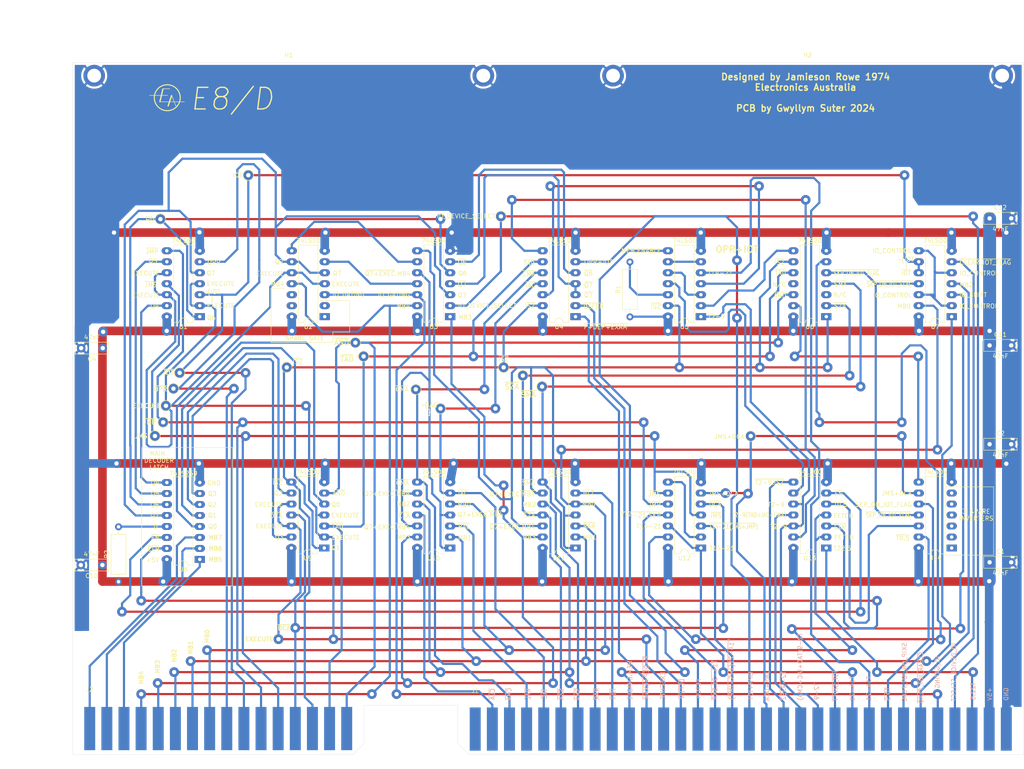
<source format=kicad_pcb>
(kicad_pcb (version 20211014) (generator pcbnew)
  (layers (0 "F.Cu" signal) (31 "B.Cu" signal) (34 "B.Paste" user) (35 "F.Paste" user) (36 "B.SilkS" user "B.Silkscreen") (37 "F.SilkS" user "F.Silkscreen") (38 "B.Mask" user) (39 "F.Mask" user) (44 "Edge.Cuts" user))
  (net 0 "")
  (net 1 "GND")
  (net 2 "+5V")
  (net 3 "T22.5")
  (net 4 "IO_GATING")
  (net 5 "~{CLEAR_IOT_FLAG}")
  (net 6 "SKP_ON_IOT_FLAG")
  (net 7 "~{T0.5}")
  (net 8 "T14-21")
  (net 9 "~{IOT_SHIFT}")
  (net 10 "T2-9")
  (net 11 "~{T2-9(TAD+IAC+CMA})")
  (net 12 "~{T2-9.ISZ}")
  (net 13 "JMS+DCA")
  (net 14 "~{SMA}")
  (net 15 "~{RAR}")
  (net 16 "~{HLT}")
  (net 17 "MEM.ENABLE")
  (net 18 "~{F+DEP+EXM}")
  (net 19 "EXECUTE")
  (net 20 "~{DEFER}")
  (net 21 "FETCH")
  (net 22 "~{T14-21.SKP}")
  (net 23 "~{T14-21(JMS+JMP})")
  (net 24 "OPR+IOT")
  (net 25 "~{RAL}")
  (net 26 "~{IAC}")
  (net 27 "~{SZA}")
  (net 28 "~{OPR}")
  (net 29 "~{CLA}")
  (net 30 "~{CMA}")
  (net 31 "~{AND}")
  (net 32 "~{TAD}")
  (net 33 "~{ISZ}")
  (net 34 "~{DCA}")
  (net 35 "~{JMS}")
  (net 36 "~{JMP}")
  (net 37 "~{IOT}")
  (net 38 "MB0")
  (net 39 "MB1")
  (net 40 "MB2")
  (net 41 "MB3")
  (net 42 "MB4")
  (net 43 "MB5")
  (net 44 "MB6")
  (net 45 "MB7")
  (net 46 "Net-(R1-Pad2)")
  (net 47 "/Q4")
  (net 48 "/Q7")
  (net 49 "/Q5")
  (net 51 "Net-(U2-Pad6)")
  (net 52 "/IO_CONTROL")
  (net 53 "I0_DEVICE_SELECT")
  (net 54 "Net-(U4-Pad12)")
  (net 55 "Net-(U13-Pad13)")
  (net 56 "Net-(U5-Pad2)")
  (net 57 "Net-(U5-Pad10)")
  (net 58 "Net-(U13-Pad9)")
  (net 59 "Net-(U14-Pad8)")
  (net 60 "Net-(U12-Pad13)")
  (net 61 "~{SKP_ON_IOT_FLAG}")
  (net 62 "/Q0")
  (net 63 "/Q1")
  (net 64 "/Q2")
  (net 65 "/Q3")
  (net 66 "Net-(U12-Pad2)")
  (net 68 "Net-(U5-Pad6)")
  (net 70 "Net-(U2-Pad8)")
  (net 79 "/Q6")
  (net 80 "/~{Q6}")
  (net 81 "/~{Q7}")
  (net 82 "/~{Q7+EXEC.}MB4")
  (net 83 "/~{Q7+EXEC.MB4}")
  (net 84 "/D")
  (net 85 "/~{EN}")
  (net 86 "/~{CLR}")
  (net 87 "/T0.5")
  (net 88 "T14-21-1")
  (footprint "Capacitor_THT:C_Disc_D7.5mm_W2.5mm_P5.00mm" (layer "F.Cu") (at 262.09 178.245)
    (fp_text reference "C2")
    (fp_text value "47nF")
  )
  (footprint "Capacitor_THT:C_Disc_D7.5mm_W2.5mm_P5.00mm" (layer "F.Cu") (at 56.985 156.02 180)
    (fp_text reference "C4")
    (fp_text value "47nF")
  )
  (footprint "Capacitor_THT:C_Disc_D7.5mm_W2.5mm_P5.00mm" (layer "F.Cu") (at 56.905 206.185 180)
    (fp_text reference "C10")
    (fp_text value "47nF")
  )
  (footprint "Capacitor_THT:C_Disc_D7.5mm_W2.5mm_P5.00mm" (layer "F.Cu") (at 262.09 155.385)
    (fp_text reference "C11")
    (fp_text value "47nF")
  )
  (footprint "Resistor_THT:R_Axial_DIN0309_L9.0mm_D3.2mm_P12.70mm_Horizontal" (layer "F.Cu") (at 178.905002 148.781008 90)
    (fp_text reference "R1")
    (fp_text value "2K2")
  )
  (footprint "Package_DIP:DIP-14_W7.62mm_LongPads" (layer "F.Cu") (at 79.42 148.74 180)
    (fp_text reference "U1")
    (fp_text value "74LS00")
  )
  (footprint "Package_DIP:DIP-14_W7.62mm_LongPads" (layer "F.Cu") (at 108.32 148.74 180)
    (fp_text reference "U2")
    (fp_text value "74LS10")
  )
  (footprint "Package_DIP:DIP-14_W7.62mm_LongPads" (layer "F.Cu") (at 166.32 148.74 180)
    (fp_text reference "U4")
    (fp_text value "74LS10")
  )
  (footprint "Package_DIP:DIP-14_W7.62mm_LongPads" (layer "F.Cu") (at 195.32 148.74 180)
    (fp_text reference "U5")
    (fp_text value "74LS00")
  )
  (footprint "Package_DIP:DIP-14_W7.62mm_LongPads" (layer "F.Cu") (at 224.32 148.74 180)
    (fp_text reference "U6")
    (fp_text value "74LS20")
  )
  (footprint "Package_DIP:DIP-14_W7.62mm_LongPads" (layer "F.Cu") (at 253.32 148.74 180)
    (fp_text reference "U7")
    (fp_text value "74LS00")
  )
  (footprint "Package_DIP:DIP-16_W7.62mm_LongPads" (layer "F.Cu") (at 79.42 204.88 180)
    (fp_text reference "U8")
    (fp_text value "74LS259")
  )
  (footprint "Package_DIP:DIP-14_W7.62mm_LongPads" (layer "F.Cu") (at 108.22 202.24 180)
    (fp_text reference "U9")
    (fp_text value "74LS00")
  )
  (footprint "Package_DIP:DIP-14_W7.62mm_LongPads" (layer "F.Cu") (at 137.32 202.24 180)
    (fp_text reference "U10")
    (fp_text value "74LS00")
  )
  (footprint "Package_DIP:DIP-14_W7.62mm_LongPads" (layer "F.Cu") (at 166.32 202.24 180)
    (fp_text reference "U11")
    (fp_text value "74LS00")
  )
  (footprint "Package_DIP:DIP-14_W7.62mm_LongPads" (layer "F.Cu") (at 195.32 202.24 180)
    (fp_text reference "U12")
    (fp_text value "74LS00")
  )
  (footprint "Package_DIP:DIP-14_W7.62mm_LongPads" (layer "F.Cu") (at 224.32 202.24 180)
    (fp_text reference "U13")
    (fp_text value "74LS00")
  )
  (footprint "Package_DIP:DIP-14_W7.62mm_LongPads" (layer "F.Cu") (at 253.32 202.24 180)
    (fp_text reference "U14")
    (fp_text value "74LS04")
  )
  (footprint "Connector_PCBEdge:PCB_16pin" (layer "F.Cu") (at 49.9768 249.942)
    (fp_text reference "J2")
    (fp_text value "16-way-pcb-edge-Educ-8-connectors")
  )
  (footprint "Connector_PCBEdge:PCB_32pin" (layer "F.Cu") (at 139.1 250)
    (fp_text reference "J1")
    (fp_text value "32-way-pcb-edge-Educ-8-connectors")
  )
  (footprint "Capacitor_THT:C_Disc_D7.5mm_W2.5mm_P5.00mm" (layer "F.Cu") (at 262.09 205.55)
    (fp_text reference "C1")
    (fp_text value "47nF")
  )
  (footprint "Capacitor_THT:C_Disc_D7.5mm_W2.5mm_P5.00mm" (layer "F.Cu") (at 262.09 126)
    (fp_text reference "C12")
    (fp_text value "47nF")
  )
  (footprint "Resistor_THT:R_Axial_DIN0309_L9.0mm_D3.2mm_P12.70mm_Horizontal" (layer "F.Cu") (at 60.626803 210.041998 90)
    (fp_text reference "R2")
    (fp_text value "2K2")
  )
  (footprint "EDUC-8:EA_Symbol" (layer "F.Cu") (at 71.9 98.1)
    (fp_text reference "REF**" hide)
    (fp_text value "EA_Symbol" hide)
  )
  (footprint "Package_DIP:DIP-14_W7.62mm_LongPads" (layer "F.Cu") (at 137.32 148.74 180)
    (fp_text reference "U3")
    (fp_text value "74LS04")
  )
  (footprint "EDUC-8:Card_handle" (layer "F.Cu") (at 100 93)
    (fp_text reference "H1")
    (fp_text value "Card_handle")
  )
  (footprint "EDUC-8:Card_handle" (layer "F.Cu") (at 220 93)
    (fp_text reference "H2")
    (fp_text value "Card_handle")
  )
  (gr_line (start 87 179) (end 66 179) (layer "F.SilkS") (width 0.12))
  (gr_circle (center 69.04 176.32) (end 70.07 176.99) (layer "F.SilkS") (width 0.12) (fill none))
  (gr_line (start 87 181) (end 87 179) (layer "F.SilkS") (width 0.12))
  (gr_line (start 251.9 188.1) (end 263 188.1) (layer "F.SilkS") (width 0.12))
  (gr_circle (center 74.75 161.73) (end 75.91 162.14) (layer "F.SilkS") (width 0.12) (fill none))
  (gr_circle (center 115.42 154.75) (end 116.36 155.53) (layer "F.SilkS") (width 0.12) (fill none))
  (gr_line (start 87 211) (end 87 181) (layer "F.SilkS") (width 0.12))
  (gr_line (start 263 188.1) (end 263 203.9) (layer "F.SilkS") (width 0.12))
  (gr_circle (center 154.13 162.36) (end 155.34 162.55) (layer "F.SilkS") (width 0.12) (fill none))
  (gr_circle (center 129.4 165.6) (end 130.6 165.6) (layer "F.SilkS") (width 0.12) (fill none))
  (gr_circle (center 73.33 165.37) (end 74.4 165.98) (layer "F.SilkS") (width 0.12) (fill none))
  (gr_circle (center 135.1 170) (end 136.3 170.1) (layer "F.SilkS") (width 0.12) (fill none))
  (gr_circle (center 70.28 126.12) (end 71.16 127.01) (layer "F.SilkS") (width 0.12) (fill none))
  (gr_line (start 110.2 152.3) (end 114.1 152.3) (layer "F.SilkS") (width 0.12))
  (gr_line (start 95.9 154.7) (end 110.2 154.7) (layer "F.SilkS") (width 0.12))
  (gr_line (start 263 203.9) (end 251.8 203.9) (layer "F.SilkS") (width 0.12))
  (gr_line (start 66 179) (end 66 211) (layer "F.SilkS") (width 0.12))
  (gr_circle (center 149.04 125.54) (end 150.13 126.13) (layer "F.SilkS") (width 0.12) (fill none))
  (gr_circle (center 71.56 169.34) (end 72.68 169.84) (layer "F.SilkS") (width 0.12) (fill none))
  (gr_circle (center 90.64 116.02) (end 91.78 116.44) (layer "F.SilkS") (width 0.12) (fill none))
  (gr_line (start 114.1 152.3) (end 114.1 145.3) (layer "F.SilkS") (width 0.12))
  (gr_circle (center 99.54 160.46) (end 100.62 161.02) (layer "F.SilkS") (width 0.12) (fill none))
  (gr_line (start 114.1 145) (end 107.4 145) (layer "F.SilkS") (width 0.12))
  (gr_line (start 251.8 203.9) (end 251.8 203.5) (layer "F.SilkS") (width 0.12))
  (gr_line (start 110.2 154.7) (end 110.2 152.3) (layer "F.SilkS") (width 0.12))
  (gr_circle (center 149.67 160.45) (end 150.88 160.82) (layer "F.SilkS") (width 0.12) (fill none))
  (gr_line (start 95.9 142.2) (end 95.9 154.7) (layer "F.SilkS") (width 0.12))
  (gr_circle (center 206.8 176.4) (end 208 176.6) (layer "F.SilkS") (width 0.12) (fill none))
  (gr_line (start 66 211) (end 87 211) (layer "F.SilkS") (width 0.12))
  (gr_circle (center 117.31 157.92) (end 118.4 158.48) (layer "F.SilkS") (width 0.12) (fill none))
  (gr_line (start 99.1 142.2) (end 95.9 142.2) (layer "F.SilkS") (width 0.12))
  (gr_circle (center 70.94 173.14) (end 72.04 173.67) (layer "F.SilkS") (width 0.12) (fill none))
  (gr_circle (center 158.6 164.93) (end 159.87 165.1) (layer "F.SilkS") (width 0.12) (fill none))
  (gr_line (start 114.1 145.3) (end 114.1 145) (layer "F.SilkS") (width 0.12))
  (gr_line (start 270 250) (end 141.6 249.942) (layer "Edge.Cuts") (width 0.05))
  (gr_line (start 50 90) (end 50 250.002) (layer "Edge.Cuts") (width 0.05))
  (gr_line (start 117.4 247.442) (end 114.8568 249.982) (layer "Edge.Cuts") (width 0.05))
  (gr_line (start 270 90) (end 270 250) (layer "Edge.Cuts") (width 0.05))
  (gr_line (start 114.8568 249.982) (end 50 250.002) (layer "Edge.Cuts") (width 0.05))
  (gr_line (start 265 90) (end 50 90) (layer "Edge.Cuts") (width 0.05))
  (gr_line (start 117.4 238.6) (end 117.4 247.442) (layer "Edge.Cuts") (width 0.05))
  (gr_line (start 139.1 247.442) (end 139.1 238.6) (layer "Edge.Cuts") (width 0.05))
  (gr_line (start 265 90) (end 270 90) (layer "Edge.Cuts") (width 0.05))
  (gr_line (start 139.1 238.6) (end 117.4 238.6) (layer "Edge.Cuts") (width 0.05))
  (gr_line (start 139.1 247.442) (end 141.6 249.942) (layer "Edge.Cuts") (width 0.05))
  (gr_text "T14-21" (at 234.15 234.76 90) (layer "B.SilkS") (effects (font (size 1 1)) (justify mirror)))
  (gr_text "~{IAC}" (at 159.22 236.03 90) (layer "B.SilkS") (effects (font (size 1 1)) (justify mirror)))
  (gr_text "~{HLT}" (at 175.095 236.03 90) (layer "B.SilkS") (effects (font (size 1 1)) (justify mirror)))
  (gr_text "EXECUTE" (at 186.525 234.125 90) (layer "B.SilkS") (effects (font (size 1 1)) (justify mirror)))
  (gr_text "~{SZA}" (at 163.03 236.03 90) (layer "B.SilkS") (effects (font (size 1 1)) (justify mirror)))
  (gr_text "T14-21" (at 230.34 234.76 90) (layer "B.SilkS") (effects (font (size 1 1)) (justify mirror)))
  (gr_text "~{CLA}" (at 147.155 236.03 90) (layer "B.SilkS") (effects (font (size 1 1)) (justify mirror)))
  (gr_text "IO_DEVICE_SELECT" (at 253.835 230.95 90) (layer "B.SilkS") (effects (font (size 1 1)) (justify mirror)))
  (gr_text "T2-9" (at 222.085 235.395 90) (layer "B.SilkS") (effects (font (size 1 1)) (justify mirror)))
  (gr_text "JMS+DCA" (at 210.655 234.125 90) (layer "B.SilkS") (effects (font (size 1 1)) (justify mirror)))
  (gr_text "IO_GATING" (at 250.025 230.95 90) (layer "B.SilkS") (effects (font (size 1 1)) (justify mirror)))
  (gr_text "MEM.ENABLE" (at 178.905 232.855 90) (layer "B.SilkS") (effects (font (size 1 1)) (justify mirror)))
  (gr_text "T22.5" (at 258.28 235.395 90) (layer "B.SilkS") (effects (font (size 1 1)) (justify mirror)))
  (gr_text "~{SMA}" (at 166.84 236.03 90) (layer "B.SilkS") (effects (font (size 1 1)) (justify mirror)))
  (gr_text "~{T2-9.ISZ}" (at 214.465 234.125 90) (layer "B.SilkS") (effects (font (size 1 1)) (justify mirror)))
  (gr_text "~{CMA}" (at 150.965 236.03 90) (layer "B.SilkS") (effects (font (size 1 1)) (justify mirror)))
  (gr_text "+5V" (at 262.09 236.03 90) (layer "B.SilkS") (effects (font (size 1 1)) (justify mirror)))
  (gr_text "~{F+DEP+EXAM}" (at 182.715 232.22 90) (layer "B.SilkS") (effects (font (size 1 1)) (justify mirror)))
  (gr_text "~{RAR}" (at 171.285 236.03 90) (layer "B.SilkS") (effects (font (size 1 1)) (justify mirror)))
  (gr_text "~{RAL}" (at 155.41 236.03 90) (layer "B.SilkS") (effects (font (size 1 1)) (justify mirror)))
  (gr_text "~{CLEAR_IOT_FLAG}" (at 246.215 232.22 90) (layer "B.SilkS") (effects (font (size 1 1)) (justify mirror)))
  (gr_text "FETCH" (at 194.78 234.76 90) (layer "B.SilkS") (effects (font (size 1 1)) (justify mirror)))
  (gr_text "GND" (at 265.9 236.03 90) (layer "B.SilkS") (effects (font (size 1 1)) (justify mirror)))
  (gr_text "~{T14-21(JMS+JMP})" (at 202.4 230.315 90) (layer "B.SilkS") (effects (font (size 1 1)) (justify mirror)))
  (gr_text "SKIP_ON_IOT_FLAG" (at 242.405 230.95 90) (layer "B.SilkS") (effects (font (size 1 1)) (justify mirror)))
  (gr_text "~{IOT_SHIFT}" (at 226.53 234.125 90) (layer "B.SilkS") (effects (font (size 1 1)) (justify mirror)))
  (gr_text "~{T14-21.SKP}" (at 198.59 232.855 90) (layer "B.SilkS") (effects (font (size 1 1)) (justify mirror)))
  (gr_text "~{DEFER}" (at 190.97 234.76 90) (layer "B.SilkS") (effects (font (size 1 1)) (justify mirror)))
  (gr_text "T2-9(TAD+IAC+CMA)" (at 218.275 229.68 90) (layer "B.SilkS") (effects (font (size 1 1)) (justify mirror)))
  (gr_text "~{T0.5}" (at 238.595 236.03 90) (layer "B.SilkS") (effects (font (size 1 1)) (justify mirror)))
  (gr_text "OPR+IOT" (at 206.845 234.125 90) (layer "B.SilkS") (effects (font (size 1 1)) (justify mirror)))
  (gr_text "~{TAD}" (at 113.5 158.56) (layer "F.SilkS") (effects (font (size 1.2 1.2) (thickness 0.2))))
  (gr_text "~{ISZ}" (at 149.695 158.56) (layer "F.SilkS") (effects (font (size 1 1))))
  (gr_text "EXECUTE" (at 93.18 223.33) (layer "F.SilkS") (effects (font (size 1 1) (thickness 0.2))))
  (gr_text "EXECUTE" (at 113.2 141.2) (layer "F.SilkS") (effects (font (size 1 1))))
  (gr_text "~{SKP_ON_IOT_FLAG}" (at 238.7 194.7) (layer "F.SilkS") (effects (font (size 1 0.8))))
  (gr_text "IO_CONTROL" (at 239.5 133.5) (layer "F.SilkS") (effects (font (size 1 1))))
  (gr_text "EXECUTE" (at 113.1 194.7) (layer "F.SilkS") (effects (font (size 1 1))))
  (gr_text "Q7+EXEC~{.MB4}" (at 122.7 197.4) (layer "F.SilkS") (effects (font (size 1 1))))
  (gr_text "~{Q7+EXEC.MB4}" (at 151.7 197.4) (layer "F.SilkS") (effects (font (size 1 1))))
  (gr_text "~{SKP_ON_IOT_FLAG}" (at 238.9 141.3) (layer "F.SilkS") (effects (font (size 1 0.8))))
  (gr_text "N/C" (at 227.5 143.7) (layer "F.SilkS") (effects (font (size 1 1))))
  (gr_text "Q3" (at 97.8 199.8) (layer "F.SilkS") (effects (font (size 1 1))))
  (gr_text "MB6" (at 83.02 202.375) (layer "F.SilkS") (effects (font (size 1 1) (thickness 0.2))))
  (gr_text "Q0" (at 110.9 192.2) (layer "F.SilkS") (effects (font (size 1 1))))
  (gr_text "OPR+IOT" (at 171.6 136.1) (layer "F.SilkS") (effects (font (size 1 1))))
  (gr_text "~{DEFER}" (at 170.5 146.4) (layer "F.SilkS") (effects (font (size 1 1))))
  (gr_text "JMS" (at 65.875 176.34) (layer "F.SilkS") (effects (font (size 1 1) (thickness 0.2))))
  (gr_text "~{JMS}" (at 198.7 194.8) (layer "F.SilkS") (effects (font (size 1 1))))
  (gr_text "MB1" (at 77.305 225.235 90) (layer "F.SilkS") (effects (font (size 1 1) (thickness 0.2))))
  (gr_text "~{SKP_ON_IOT_FLAG}" (at 231.3 138.7) (layer "F.SilkS") (effects (font (size 1 0.8))))
  (gr_text "MB3" (at 126.6 199.8) (layer "F.SilkS") (effects (font (size 1 1))))
  (gr_text "MB0" (at 140.6 192.2) (layer "F.SilkS") (effects (font (size 1 1))))
  (gr_text "~{DCA}" (at 98.895 220.79) (layer "F.SilkS") (effects (font (size 1 1) (thickness 0.2))))
  (gr_text "~{CMA}" (at 126.2 165.545) (layer "F.SilkS") (effects (font (size 1 1))))
  (gr_text "~{SMA}" (at 155.41 166.815) (layer "F.SilkS") (effects (font (size 1.2 1.2) (thickness 0.2))))
  (gr_text "T14-21" (at 200.2 202.3) (layer "F.SilkS") (effects (font (size 1 1))))
  (gr_text "Q7" (at 82 138.7) (layer "F.SilkS") (effects (font (size 1 1))))
  (gr_text "Q6" (at 67.88 126.06) (layer "F.SilkS") (effects (font (size 1 1))))
  (gr_text "~{RAR}" (at 169.5 197.2) (layer "F.SilkS") (effects (font (size 1 1))))
  (gr_text "~{IOT\n}" (at 82.3 143.8) (layer "F.SilkS") (effects (font (size 1 1))))
  (gr_text "MB3" (at 69.685 229.68 90) (layer "F.SilkS") (effects (font (size 1 1) (thickness 0.2))))
  (gr_text "MB2\n" (at 73.495 227.14 90) (layer "F.SilkS") (effects (font (size 1 1) (thickness 0.2))))
  (gr_text "IO_CONTROL" (at 239.6 143.8) (layer "F.SilkS") (effects (font (size 1 1))))
  (gr_text "IO_DEVICE_SELECT" (at 145.9 146.2) (layer "F.SilkS") (effects (font (size 1 1))))
  (gr_text "MB2" (at 126.5 192.1) (layer "F.SilkS") (effects (font (size 1 1))))
  (gr_text "MB1" (at 169.6 199.8) (layer "F.SilkS") (effects (font (size 1 1))))
  (gr_text "~{CLA}" (at 126.7 194.8) (layer "F.SilkS") (effects (font (size 1 1))))
  (gr_text "~{T2-9.ISZ}" (at 211.2 187.1) (layer "F.SilkS") (effects (font (size 1 1))))
  (gr_text "~{ISZ}" (at 97.4 187.1) (layer "F.SilkS") (effects (font (size 1 1))))
  (gr_text "~{CLR}" (at 68.7 202.5) (layer "F.SilkS") (effects (font (size 1 1))))
  (gr_text "~{JMP}" (at 184.6 192.3) (layer "F.SilkS") (effects (font (size 1 1))))
  (gr_text "~{JMS}" (at 68.1 141.4) (layer "F.SilkS") (effects (font (size 1 1))))
  (gr_text "JMS+DCA" (at 200.5 189.7) (layer "F.SilkS") (effects (font (size 1 1))))
  (gr_text "MB3" (at 155.6 199.8) (layer "F.SilkS") (effects (font (size 1 1))))
  (gr_text "~{SZA}" (at 151.6 164.91) (layer "F.SilkS") (effects (font (size 1.2 1.2) (thickness 0.2))))
  (gr_text "T2-9" (at 212.7 192.2) (layer "F.SilkS") (effects (font (size 1 1))))
  (gr_text "IO_DEVICE_SELECT" (at 141.01 125.48) (layer "F.SilkS") (effects (font (size 1 1))))
  (gr_text "~{SMA}" (at 227.6 141.3) (layer "F.SilkS") (effects (font (size 1 1))))
  (gr_text "~{SZA}" (at 155.6 194.7) (layer "F.SilkS") (effects (font (size 1 1))))
  (gr_text "Q6" (at 140.2 138.7) (layer "F.SilkS") (effects (font (size 1 1))))
  (gr_text "~{Q7}" (at 169.3 143.8) (layer "F.SilkS") (effects (font (size 1 1))))
  (gr_text "T2-9" (at 198.9 148.7) (layer "F.SilkS") (effects (font (size 1 1))))
  (gr_text "~{JMP}" (at 67.78 173.165) (layer "F.SilkS") (effects (font (size 1 1) (thickness 0.2))))
  (gr_text "~{Q7}" (at 169.3 141.5) (layer "F.SilkS") (effects (font (size 1 1))))
  (gr_text "E8/D" (at 86.9 98.4) (layer "F.SilkS") (effects (font (size 5 5) (thickness 0.3) italic)))
  (gr_text "Q4" (at 69 146.3) (layer "F.SilkS") (effects (font (size 1 1))))
  (gr_text "~{ISZ}" (at 102.07 159.195) (layer "F.SilkS") (effects (font (size 1 1))))
  (gr_text "~{JMP}" (at 68.4 133.7) (layer "F.SilkS") (effects (font (size 1 1))))
  (gr_text "OPR" (at 82.7 136.2) (layer "F.SilkS") (effects (font (size 1 1))))
  (gr_text "Q3" (at 82.3 189.7) (layer "F.SilkS") (effects (font (size 1 1))))
  (gr_text "~{TAD}" (at 213.7 138.6) (layer "F.SilkS") (effects (font (size 1 1))))
  (gr_text "Q7" (at 69 194.7) (layer "F.SilkS") (effects (font (size 1 1))))
  (gr_text "IO_CONTROL" (at 259.6 146.3) (layer "F.SilkS") (effects (font (size 1 1))))
  (gr_text "MB7" (at 83.02 199.835) (layer "F.SilkS") (effects (font (size 1 1) (thickness 0.2))))
  (gr_text "EXECUTE" (at 66.9 138.7) (layer "F.SilkS") (effects (font (size 1 1))))
  (gr_text "EXECUTE" (at 95.6 197.2) (layer "F.SilkS") (effects (font (size 1 1))))
  (gr_text "3 SPARE\nINVERTERS" (at 259 194.6) (layer "F.SilkS") (effects (font (size 1 1))))
  (gr_text "Q5" (at 68.6 135.9) (layer "F.SilkS") (effects (font (size 1 1))))
  (gr_text "~{F+DEP+EXAM}" (at 173.2768 151.142) (layer "F.SilkS") (effects (font (size 1 1))))
  (gr_text "T2-9" (at 213.3 197.3) (layer "F.SilkS") (effects (font (size 1 1))))
  (gr_text "~{IAC}" (at 155.9 141.5) (layer "F.SilkS") (effects (font (size 1 1))))
  (gr_text "D" (at 69.2 197.3) (layer "F.SilkS") (effects (font (size 1 1))))
  (gr_text "Q2" (at 82.3 192.2) (layer "F.SilkS") (effects (font (size 1 1))))
  (gr_text "~{IAC}" (at 140.3 189.6) (layer "F.SilkS") (effects (font (size 1 1))))
  (gr_text "MB1" (at 140.7 199.9) (layer "F.SilkS") (effects (font (size 1 1))))
  (gr_text "MB4" (at 65.875 232.22 90) (layer "F.SilkS") (effects (font (size 1 1) (thickness 0.2))))
  (gr_text "~{EN}" (at 227.2 189.7) (layer "F.SilkS") (effects (font (size 1 1))))
  (gr_text "MB2" (at 256.7 141.4) (layer "F.SilkS") (effects (font (size 1 1))))
  (gr_text "MB0" (at 81.115 222.695 90) (layer "F.SilkS") (effects (font (size 1 1) (thickness 0.2))))
  (gr_text "MB5" (at 83.02 204.915) (layer "F.SilkS") (effects (font (size 1 1) (thickness 0.2))))
  (gr_text "~{HLT}" (at 169.3 189.6) (layer "F.SilkS") (effects (font (size 1 1))))
  (gr_text "~{ISZ}" (at 184.9 146.4) (layer "F.SilkS") (effects (font (size 1 1))))
  (gr_text "~{IOT}" (at 72.225 161.735) (layer "F.SilkS") (effects (font (size 1 1) (thickness 0.2))))
  (gr_text "~{ISZ}" (at 155.8 146.3) (layer "F.SilkS") (effects (font (size 1 1))))
  (gr_text "~{T14-21.SKP}" (at 181.5 194.7) (layer "F.SilkS") (effects (font (size 1 1))))
  (gr_text "Q5" (at 69.1 189.7) (layer "F.SilkS") (effects (font (size 1 1))))
  (gr_text "OPR+IOT" (at 203.67 133.16) (layer "F.SilkS") (effects (font (size 1.5 1.5) (thickness 0.3))))
  (gr_text "EXECUTE" (at 67.145 169.355) (layer "F.SilkS") (effects (font (size 1 1) (thickness 0.2))))
  (gr_text "~{CMA}" (at 126.3 187.2) (layer "F.SilkS") (effects (font (size 1 1))))
  (gr_text "IO_GATING" (at 113.8 143.6) (layer "F.SilkS") (effects (font (size 1 1))))
  (gr_text "Q7+EXEC~{.MB4}" (at 144.3 194.5) (layer "F.SilkS") (effects (font (size 1 1))))
  (gr_text "~{SMA}" (at 155.4 187.2) (layer "F.SilkS") (effects (font (size 1 1))))
  (gr_text "~{DCA}" (at 97.1 194.8) (layer "F.SilkS") (effects (font (size 1 1))))
  (gr_text "Q1" (at 82.31 194.7) (layer "F.SilkS") (effects (font (size 1 1))))
  (gr_text "MB4" (at 97.4 141.2) (layer "F.SilkS") (effects (font (size 1 1))))
  (gr_text "~{Q6}" (at 140.1 136.2) (layer "F.SilkS") (effects (font (size 1 1))))
  (gr_text "MB2" (at 155.6 192.2) (layer "F.SilkS") (effects (font (size 1 1))))
  (gr_text "~{CMA}" (at 155.5 138.9) (layer "F.SilkS") (effects (font (size 1 1))))
  (gr_text "T0.5" (at 227.6 192.2) (layer "F.SilkS") (effects (font (size 1 1))))
  (gr_text "EXECUTE" (at 113.2 199.8) (layer "F.SilkS") (effects (font (size 1 1))))
  (gr_text "JMS+DCA" (at 201.9 176.5) (layer "F.SilkS") (effects (font (size 1 1))))
  (gr_text "EXECUTE" (at 67 143.8) (layer "F.SilkS") (effects (font (size 1 1))))
  (gr_text "Q0" (at 82.4 197.27) (layer "F.SilkS") (effects (font (size 1 1))))
  (gr_text "~{TAD}" (at 155.6 136.4) (layer "F.SilkS") (effects (font (size 1 1))))
  (gr_text "~{Q6}" (at 169.3 138.8) (layer "F.SilkS") (effects (font (size 1 1))))
  (gr_text "T22.5" (at 228.0308 202.317) (layer "F.SilkS") (effects (font (size 1 1))))
  (gr_text "~{T0.5}" (at 242 200) (layer "F.SilkS") (effects (font (size 1 1))))
  (gr_text "Q7" (at 111.2 138.7) (layer "F.SilkS") (effects (font (size 1 1))))
  (gr_text "~{TAD}" (at 111.3 197.3) (layer "F.SilkS") (effects (font (size 1 1))))
  (gr_text "IO_SHIFT" (at 258.3 143.7) (layer "F.SilkS") (effects (font (size 1 1))))
  (gr_text "Q1" (at 110.9 202.2) (layer "F.SilkS") (effects (font (size 1 1))))
  (gr_text "Q4" (at 69.1 187.2) (layer "F.SilkS") (effects (font (size 1 1))))
  (gr_text "T14-21" (at 199.8 138.6) (layer "F.SilkS") (effects (font (size 1 1))))
  (gr_text "SPARE GATE" (at 103.7 153.7) (layer "F.SilkS") (effects (font (size 1 1))))
  (gr_text "~{JMS}" (at 184.6 189.8) (layer "F.SilkS") (effects (font (size 1 1))))
  (gr_text "+5V" (at 68.5 205) (layer "F.SilkS") (effects (font (size 1 1))))
  (gr_text "GND" (at 82.7 187.2) (layer "F.SilkS") (effects (font (size 1 1))))
  (gr_text "MB0" (at 242.3 146.3) (layer "F.SilkS") (effects (font (size 1 1))))
  (gr_text "~{OPR}" (at 70.32 165.545) (layer "F.SilkS") (effects (font (size 1 1) (thickness 0.2))))
  (gr_text "Q7" (at 97.8 136.1) (layer "F.SilkS") (effects (font (size 1 1))))
  (gr_text "MB3" (at 140.8 148.9) (layer "F.SilkS") (effects (font (size 1 1))))
  (gr_text "JMS+DCA" (at 240.6 189.6) (layer "F.SilkS") (effects (font (size 1 1))))
  (gr_text "~{IOT}" (at 242.8 138.7) (layer "F.SilkS") (effects (font (size 1 1))))
  (gr_text "EXECUTE\n" (at 84.3 146.2) (layer "F.SilkS") (effects (font (size 1 1))))
  (gr_text "IO_GATING" (at 124.3 143.7) (layer "F.SilkS") (effects (font (size 1 1))))
  (gr_text "Q7" (at 140.1 143.8) (layer "F.SilkS") (effects (font (size 1 1))))
  (gr_text "Q2" (at 97.6 189.6) (layer "F.SilkS") (effects (font (size 1 1))))
  (gr_text "~{DCA}" (at 198.6 192.2) (layer "F.SilkS") (effects (font (size 1 1))))
  (gr_text "FETCH" (at 228.3 194.8) (layer "F.SilkS") (effects (font (size 1 1))))
  (gr_text "~{Q7}" (at 140.1 141.3) (layer "F.SilkS") (effects (font (size 1 1))))
  (gr_text "~{CLR}" (at 227.5 197.4) (layer "F.SilkS") (effects (font (size 1 1))))
  (gr_text "Q7+EXEC~{.MB4}" (at 151.7 189.8) (layer "F.SilkS") (effects (font (size 1 1))))
  (gr_text "MAIN \nDECODER\nLATCH" (at 70 182) (layer "F.SilkS") (effects (font (size 1 1))))
  (gr_text "MEM.ENABLE" (at 181.5 133.5) (layer "F.SilkS") (effects (font (size 1 1))))
  (gr_text "T2-9(TAD+IAC+CMA)" (at 208.8 194.6) (layer "F.SilkS") (effects (font (size 1 0.8))))
  (gr_text "Designed by Jamieson Rowe 1974\nElectronics Australia\n\nPCB by Gwyllym Suter 2024" (at 219.5218 96.907) (layer "F.SilkS") (effects (font (size 1.5 1.5) (thickness 0.3))))
  (gr_text "IO_CONTROL" (at 259.7 138.7) (layer "F.SilkS") (effects (font (size 1 1))))
  (gr_text "EXECUTE" (at 95.4 192.2) (layer "F.SilkS") (effects (font (size 1 1))))
  (gr_text "EXECUTE" (at 95.7 138.8) (layer "F.SilkS") (effects (font (size 1 1))))
  (gr_text "T14-21" (at 183.3 197.2) (layer "F.SilkS") (effects (font (size 1 1))))
  (gr_text "FETCH" (at 228.4118 199.777) (layer "F.SilkS") (effects (font (size 1 1))))
  (gr_text "~{SZA}" (at 227.5 146.3) (layer "F.SilkS") (effects (font (size 1 1))))
  (gr_text "~{T14-21(JMS+JMP})" (at 202.9 197.3) (layer "F.SilkS") (effects (font (size 1 0.8))))
  (gr_text "IOT" (at 88.18 116.01) (layer "F.SilkS") (effects (font (size 1 1))))
  (gr_text "Q7+EXEC~{.MB4}" (at 122.7 189.7) (layer "F.SilkS") (effects (font (size 1 1))))
  (gr_text "~{IOT\n}" (at 242.8 136.3) (layer "F.SilkS") (effects (font (size 1 1))))
  (gr_text "MB0" (at 169.4 192.1) (layer "F.SilkS") (effects (font (size 1 1))))
  (gr_text "MB4" (at 126.5 146.3) (layer "F.SilkS") (effects (font (size 1 1))))
  (gr_text "Q6" (at 82.1 149) (layer "F.SilkS") (effects (font (size 1 1))))
  (gr_text "~{EN}" (at 69.1 199.9) (layer "F.SilkS") (effects (font (size 1 1))))
  (gr_text "~{RAL}" (at 140.5 197.3) (layer "F.SilkS") (effects (font (size 1 1))))
  (gr_text "~{AND}" (at 213.6 143.9) (layer "F.SilkS") (effects (font (size 1 1))))
  (gr_text "~{AND}" (at 112.23 154.75) (layer "F.SilkS") (effects (font (size 1.2 1.2) (thickness 0.2))))
  (gr_text "~{ISZ}" (at 213.5 136.2) (layer "F.SilkS") (effects (font (size 1 1))))
  (gr_text "~{CLEAR_IOT_FLAG}" (at 261.1 136.2) (layer "F.SilkS") (effects (font (size 1 1))))
  (gr_text "~{IAC\n}" (at 132.55 169.99) (layer "F.SilkS") (effects (font (size 1 1))))
  (gr_text "~{Q7+EXEC}.MB4" (at 122.9 138.8) (layer "F.SilkS") (effects (font (size 1 1))))
  (gr_text "~{AND}" (at 111.6 189.6) (layer "F.SilkS") (effects (font (size 1 1))))
  (gr_text "SKP_ON_IOT_FLAG" (at 237.5 192.2) (layer "F.SilkS") (effects (font (size 1 1))))
  (gr_text "N/C" (at 213.4 141.3) (layer "F.SilkS") (effects (font (size 1 1))))
  (gr_text "EXECUTE" (at 84.3 141.1) (layer "F.SilkS") (effects (font (size 1 1))))
  (gr_text "Q6" (at 69 192.3) (layer "F.SilkS") (effects (font (size 1 1))))
  (segment (start 79.9014 129.2936) (end 59.5814 129.2936) (width 2) (layer "F.Cu") (net 1))
  (segment (start 108.4764 129.2936) (end 79.9014 129.2936) (width 2) (layer "F.Cu") (net 1))
  (segment (start 137.6864 129.2936) (end 108.4764 129.2936) (width 2) (layer "F.Cu") (net 1))
  (segment (start 166.2614 129.2936) (end 137.6864 129.2936) (width 2) (layer "F.Cu") (net 1))
  (segment (start 195.4714 129.2936) (end 166.2614 129.2936) (width 2) (layer "F.Cu") (net 1))
  (segment (start 224.0464 129.2936) (end 195.4714 129.2936) (width 2) (layer "F.Cu") (net 1))
  (segment (start 108.42 182.69) (end 79.22 182.69) (width 2) (layer "F.Cu") (net 1))
  (segment (start 253.2 182.69) (end 265.9 182.69) (width 2) (layer "F.Cu") (net 1))
  (segment (start 265.9564 129.2936) (end 253.2564 129.2936) (width 2) (layer "F.Cu") (net 1))
  (segment (start 224.625 182.69) (end 253.2 182.69) (width 2) (layer "F.Cu") (net 1))
  (segment (start 253.2564 129.2936) (end 238.6656 129.2936) (width 2) (layer "F.Cu") (net 1))
  (segment (start 60.16 182.69) (end 79.22 182.69) (width 2) (layer "F.Cu") (net 1))
  (segment (start 265.9 182.69) (end 265.9564 182.7464) (width 2) (layer "F.Cu") (net 1))
  (segment (start 138.11 182.69) (end 166.205 182.69) (width 2) (layer "F.Cu") (net 1))
  (segment (start 138.11 182.69) (end 108.42 182.69) (width 2) (layer "F.Cu") (net 1))
  (segment (start 166.205 182.69) (end 195.415 182.69) (width 2) (layer "F.Cu") (net 1))
  (segment (start 195.415 182.69) (end 224.625 182.69) (width 2) (layer "F.Cu") (net 1))
  (segment (start 238.6656 129.2936) (end 224.0464 129.2936) (width 2) (layer "F.Cu") (net 1))
  (via (at 195.288 129.2936) (size 2.25) (drill 1) (layers "F.Cu" "B.Cu") (net 1))
  (via (at 59.5814 129.2936) (size 2.25) (drill 1) (layers "F.Cu" "B.Cu") (net 1))
  (via (at 253.2 182.69) (size 2.25) (drill 1) (layers "F.Cu" "B.Cu") (net 1))
  (via (at 108.42 182.69) (size 2.25) (drill 1) (layers "F.Cu" "B.Cu") (net 1))
  (via (at 137.6864 129.2936) (size 2.25) (drill 1) (layers "F.Cu" "B.Cu") (net 1))
  (via (at 60.16 182.69) (size 2) (drill 1) (layers "F.Cu" "B.Cu") (net 1))
  (via (at 108.4764 129.2936) (size 2.25) (drill 1) (layers "F.Cu" "B.Cu") (net 1))
  (via (at 224.625 182.69) (size 2.25) (drill 1) (layers "F.Cu" "B.Cu") (net 1))
  (via (at 138.11 182.69) (size 2.25) (drill 1) (layers "F.Cu" "B.Cu") (net 1))
  (via (at 253.2564 129.2936) (size 2.25) (drill 1) (layers "F.Cu" "B.Cu") (net 1))
  (via (at 166.332 129.2936) (size 2.25) (drill 1) (layers "F.Cu" "B.Cu") (net 1))
  (via (at 166.205 182.69) (size 2.25) (drill 1) (layers "F.Cu" "B.Cu") (net 1))
  (via (at 195.415 182.69) (size 2.25) (drill 1) (layers "F.Cu" "B.Cu") (net 1))
  (via (at 79.337 129.223) (size 2.25) (drill 1) (layers "F.Cu" "B.Cu") (net 1))
  (via (at 79.22 182.69) (size 2) (drill 1) (layers "F.Cu" "B.Cu") (net 1))
  (via (at 265.9564 129.2936) (size 2.25) (drill 1) (layers "F.Cu" "B.Cu") (net 1))
  (via (at 224.371 129.2936) (size 2.25) (drill 1) (layers "F.Cu" "B.Cu") (net 1))
  (via (at 265.9564 182.7464) (size 2.25) (drill 1) (layers "F.Cu" "B.Cu") (net 1))
  (segment (start 265.9564 129.2936) (end 265.9564 92.5764) (width 2) (layer "B.Cu") (net 1))
  (segment (start 166.205 182.69) (end 166.205 186.885) (width 2) (layer "B.Cu") (net 1))
  (segment (start 224.32 129.3446) (end 224.371 129.2936) (width 2) (layer "B.Cu") (net 1))
  (segment (start 224.625 186.695) (end 224.32 187) (width 2) (layer "B.Cu") (net 1))
  (segment (start 79.42 187.1) (end 79.42 182.89) (width 2) (layer "B.Cu") (net 1))
  (segment (start 166.32 129.3056) (end 166.332 129.2936) (width 2) (layer "B.Cu") (net 1))
  (segment (start 137.32 187) (end 138.11 182.69) (width 2) (layer "B.Cu") (net 1))
  (segment (start 166.205 186.885) (end 166.32 187) (width 2) (layer "B.Cu") (net 1))
  (segment (start 224.32 133.5) (end 224.32 129.3446) (width 2) (layer "B.Cu") (net 1))
  (segment (start 108.32 129.45) (end 108.4764 129.2936) (width 2) (layer "B.Cu") (net 1))
  (segment (start 166.32 133.5) (end 166.32 129.3056) (width 2) (layer "B.Cu") (net 1))
  (segment (start 253.32 129.3572) (end 253.2564 129.2936) (width 2) (layer "B.Cu") (net 1))
  (segment (start 195.415 182.69) (end 195.415 186.905) (width 2) (layer "B.Cu") (net 1))
  (segment (start 108.32 133.5) (end 108.32 129.45) (width 2) (layer "B.Cu") (net 1))
  (segment (start 195.32 133.5) (end 195.32 129.3256) (width 2) (layer "B.Cu") (net 1))
  (segment (start 253.32 133.5) (end 253.32 129.3572) (width 2) (layer "B.Cu") (net 1))
  (segment (start 137.32 133.5) (end 137.32 129.66) (width 2) (layer "B.Cu") (net 1))
  (segment (start 79.42 129.306) (end 79.337 129.223) (width 2) (layer "B.Cu") (net 1))
  (segment (start 195.415 186.905) (end 195.32 187) (width 2) (layer "B.Cu") (net 1))
  (segment (start 253.2 182.69) (end 253.2 186.88) (width 2) (layer "B.Cu") (net 1))
  (segment (start 79.42 133.5) (end 79.42 129.306) (width 2) (layer "B.Cu") (net 1))
  (segment (start 79.42 182.89) (end 79.22 182.69) (width 2) (layer "B.Cu") (net 1))
  (segment (start 137.32 129.66) (end 137.6864 129.2936) (width 2) (layer "B.Cu") (net 1))
  (segment (start 224.625 182.69) (end 224.625 186.695) (width 2) (layer "B.Cu") (net 1))
  (segment (start 108.42 186.8) (end 108.22 187) (width 2) (layer "B.Cu") (net 1))
  (segment (start 195.32 129.3256) (end 195.288 129.2936) (width 2) (layer "B.Cu") (net 1))
  (segment (start 265.9564 182.7464) (end 265.9564 129.2936) (width 2) (layer "B.Cu") (net 1))
  (segment (start 60.16 182.69) (end 53.175 182.69) (width 2) (layer "B.Cu") (net 1))
  (segment (start 253.2 186.88) (end 253.32 187) (width 2) (layer "B.Cu") (net 1))
  (segment (start 108.42 182.69) (end 108.42 186.8) (width 2) (layer "B.Cu") (net 1))
  (segment (start 265.9564 244.118) (end 265.9564 182.7464) (width 2) (layer "B.Cu") (net 1))
  (segment (start 100.726 152.03) (end 71.77 152.03) (width 2) (layer "F.Cu") (net 2))
  (segment (start 187.721 152.03) (end 158.765 152.03) (width 2) (layer "F.Cu") (net 2))
  (segment (start 216.677 152.03) (end 187.721 152.03) (width 2) (layer "F.Cu") (net 2))
  (segment (start 245.76 152.03) (end 238.775 152.03) (width 2) (layer "F.Cu") (net 2))
  (segment (start 238.775 152.03) (end 216.677 152.03) (width 2) (layer "F.Cu") (net 2))
  (segment (start 71.77 152.03) (end 56.9748 152.03) (width 2) (layer "F.Cu") (net 2))
  (segment (start 158.765 152.03) (end 129.775 152.03) (width 2) (layer "F.Cu") (net 2))
  (segment (start 261.999999 209.904999) (end 261.909998 209.995) (width 2) (layer "F.Cu") (net 2))
  (segment (start 56.905 152.2138) (end 56.905 209.995) (width 2) (layer "F.Cu") (net 2))
  (segment (start 56.9768 152.142) (end 56.905 152.2138) (width 2) (layer "F.Cu") (net 2))
  (segment (start 56.905 209.995) (end 129.7328 209.995) (width 2) (layer "F.Cu") (net 2))
  (segment (start 261.909998 209.995) (end 129.7328 209.995) (width 2) (layer "F.Cu") (net 2))
  (segment (start 100.726 152.03) (end 129.775 152.03) (width 2) (layer "F.Cu") (net 2))
  (segment (start 262.09 152.03) (end 245.76 152.03) (width 2) (layer "F.Cu") (net 2))
  (via (at 129.7328 209.995) (size 2.25) (drill 1) (layers "F.Cu" "B.Cu") (net 2))
  (via (at 261.999999 209.904999) (size 2.25) (drill 1) (layers "F.Cu" "B.Cu") (net 2))
  (via (at 262.09 152.03) (size 2.25) (drill 1) (layers "F.Cu" "B.Cu") (net 2))
  (via (at 216.37 209.995) (size 2.25) (drill 1) (layers "F.Cu" "B.Cu") (net 2))
  (via (at 70.955 209.995) (size 2.25) (drill 1) (layers "F.Cu" "B.Cu") (net 2))
  (via (at 245.58 209.995) (size 2.25) (drill 1) (layers "F.Cu" "B.Cu") (net 2))
  (via (at 216.677 152.03) (size 2.25) (drill 1) (layers "F.Cu" "B.Cu") (net 2))
  (via (at 187.721 152.03) (size 2.25) (drill 1) (layers "F.Cu" "B.Cu") (net 2))
  (via (at 100.6498 209.995) (size 2.25) (drill 1) (layers "F.Cu" "B.Cu") (net 2))
  (via (at 158.765 152.03) (size 2.25) (drill 1) (layers "F.Cu" "B.Cu") (net 2))
  (via (at 57.0768 152.242) (size 2.25) (drill 1) (layers "F.Cu" "B.Cu") (net 2))
  (via (at 129.775 152.03) (size 2.25) (drill 1) (layers "F.Cu" "B.Cu") (net 2))
  (via (at 187.795 209.995) (size 2.25) (drill 1) (layers "F.Cu" "B.Cu") (net 2))
  (via (at 71.77 152.03) (size 2.25) (drill 1) (layers "F.Cu" "B.Cu") (net 2))
  (via (at 158.585 209.995) (size 2.25) (drill 1) (layers "F.Cu" "B.Cu") (net 2))
  (via (at 245.76 152.03) (size 2.25) (drill 1) (layers "F.Cu" "B.Cu") (net 2))
  (via (at 100.726 152.03) (size 2.25) (drill 1) (layers "F.Cu" "B.Cu") (net 2))
  (segment (start 158.7 148.74) (end 158.7 151.965) (width 2) (layer "B.Cu") (net 2))
  (segment (start 245.7 209.875) (end 245.58 209.995) (width 2) (layer "B.Cu") (net 2))
  (segment (start 71.8 204.88) (end 71.8 209.15) (width 2) (layer "B.Cu") (net 2))
  (segment (start 187.7 148.74) (end 178.946 148.74) (width 0.5) (layer "B.Cu") (net 2))
  (segment (start 261.994 219.4092) (end 261.9768 219.392) (width 2) (layer "B.Cu") (net 2))
  (segment (start 187.7 148.74) (end 187.7 152.009) (width 2) (layer "B.Cu") (net 2))
  (segment (start 100.7 152.004) (end 100.726 152.03) (width 2) (layer "B.Cu") (net 2))
  (segment (start 129.7 151.955) (end 129.775 152.03) (width 2) (layer "B.Cu") (net 2))
  (segment (start 100.6 202.24) (end 100.6 209.9452) (width 2) (layer "B.Cu") (net 2))
  (segment (start 261.994 244.118) (end 261.994 219.4092) (width 2) (layer "B.Cu") (net 2))
  (segment (start 245.7 148.74) (end 245.7 151.97) (width 2) (layer "B.Cu") (net 2))
  (segment (start 262.09 152.03) (end 262.09 155.385) (width 3) (layer "B.Cu") (net 2))
  (segment (start 245.7 151.97) (end 245.76 152.03) (width 2) (layer "B.Cu") (net 2))
  (segment (start 71.8 148.74) (end 71.8 152) (width 2) (layer "B.Cu") (net 2))
  (segment (start 187.7 152.009) (end 187.721 152.03) (width 2) (layer "B.Cu") (net 2))
  (segment (start 71.8 209.15) (end 70.955 209.995) (width 2) (layer "B.Cu") (net 2))
  (segment (start 100.6 209.9452) (end 100.6498 209.995) (width 2) (layer "B.Cu") (net 2))
  (segment (start 129.7 209.9622) (end 129.7328 209.995) (width 2) (layer "B.Cu") (net 2))
  (segment (start 216.7 202.24) (end 216.7 209.665) (width 2) (layer "B.Cu") (net 2))
  (segment (start 158.7 151.965) (end 158.765 152.03) (width 2) (layer "B.Cu") (net 2))
  (segment (start 129.7 148.74) (end 129.7 151.955) (width 2) (layer "B.Cu") (net 2))
  (segment (start 158.7 202.24) (end 158.7 209.88) (width 2) (layer "B.Cu") (net 2))
  (segment (start 178.946 148.74) (end 178.905 148.781) (width 0.5) (layer "B.Cu") (net 2))
  (segment (start 245.7 202.24) (end 245.7 209.875) (width 2) (layer "B.Cu") (net 2))
  (segment (start 71.8 152) (end 71.77 152.03) (width 2) (layer "B.Cu") (net 2))
  (segment (start 262.09 126) (end 262.09 152.03) (width 3) (layer "B.Cu") (net 2))
  (segment (start 216.7 209.665) (end 216.37 209.995) (width 2) (layer "B.Cu") (net 2))
  (segment (start 187.7 209.9) (end 187.795 209.995) (width 2) (layer "B.Cu") (net 2))
  (segment (start 158.7 209.88) (end 158.585 209.995) (width 2) (layer "B.Cu") (net 2))
  (segment (start 100.7 148.74) (end 100.7 152.004) (width 2) (layer "B.Cu") (net 2))
  (segment (start 216.7 148.74) (end 216.7 152.007) (width 2) (layer "B.Cu") (net 2))
  (segment (start 261.999999 219.368801) (end 261.999999 209.904999) (width 2) (layer "B.Cu") (net 2))
  (segment (start 216.7 152.007) (end 216.677 152.03) (width 2) (layer "B.Cu") (net 2))
  (segment (start 261.9768 219.392) (end 261.999999 219.368801) (width 2) (layer "B.Cu") (net 2))
  (segment (start 187.7 202.24) (end 187.7 209.9) (width 2) (layer "B.Cu") (net 2))
  (segment (start 129.7 202.24) (end 129.7 209.9622) (width 2) (layer "B.Cu") (net 2))
  (segment (start 261.999999 154.620989) (end 261.999999 209.904999) (width 3) (layer "B.Cu") (net 2))
  (segment (start 258.28 230.95) (end 236.055 230.95) (width 0.5) (layer "F.Cu") (net 3))
  (via (at 258.28 230.95) (size 2.25) (drill 1) (layers "F.Cu" "B.Cu") (net 3))
  (via (at 236.055 230.95) (size 2.25) (drill 1) (layers "F.Cu" "B.Cu") (net 3))
  (segment (start 258.0316 230.0666) (end 258.0316 244.118) (width 0.5) (layer "B.Cu") (net 3))
  (segment (start 258.28 230.95) (end 258.0316 230.0666) (width 0.5) (layer "B.Cu") (net 3))
  (segment (start 236.055 230.95) (end 236.055 228.805) (width 0.5) (layer "B.Cu") (net 3))
  (segment (start 224.32 217.07) (end 224.32 202.24) (width 0.5) (layer "B.Cu") (net 3))
  (segment (start 236.055 228.805) (end 224.32 217.07) (width 0.5) (layer "B.Cu") (net 3))
  (segment (start 250.025 236.03) (end 124.93 236.03) (width 0.5) (layer "F.Cu") (net 4))
  (via (at 124.93 236.03) (size 2.25) (drill 1) (layers "F.Cu" "B.Cu") (net 4))
  (via (at 250.025 236.03) (size 2.25) (drill 1) (layers "F.Cu" "B.Cu") (net 4))
  (segment (start 250.1068 244.118) (end 250.1068 236.1118) (width 0.5) (layer "B.Cu") (net 4))
  (segment (start 250.1068 236.1118) (end 250.025 236.03) (width 0.5) (layer "B.Cu") (net 4))
  (segment (start 131.35001 154.67999) (end 124.93 161.1) (width 0.5) (layer "B.Cu") (net 4))
  (segment (start 129.7 143.66) (end 108.32 143.66) (width 0.5) (layer "B.Cu") (net 4))
  (segment (start 124.93 161.1) (end 124.93 236.03) (width 0.5) (layer "B.Cu") (net 4))
  (segment (start 129.7 143.66) (end 131.35001 145.31001) (width 0.5) (layer "B.Cu") (net 4))
  (segment (start 131.35001 145.31001) (end 131.35001 154.67999) (width 0.5) (layer "B.Cu") (net 4))
  (segment (start 250.1406 231.3594) (end 258.3838 223.1162) (width 0.5) (layer "B.Cu") (net 5))
  (segment (start 246.1444 235.3244) (end 250.1094 231.3594) (width 0.5) (layer "B.Cu") (net 5))
  (segment (start 250.1094 231.3594) (end 250.1406 231.3594) (width 0.5) (layer "B.Cu") (net 5))
  (segment (start 246.1444 244.118) (end 246.1444 235.3244) (width 0.5) (layer "B.Cu") (net 5))
  (segment (start 255.445 136.04) (end 253.32 136.04) (width 0.5) (layer "B.Cu") (net 5))
  (segment (start 258.3838 223.1162) (end 258.3838 138.9788) (width 0.5) (layer "B.Cu") (net 5))
  (segment (start 258.3838 138.9788) (end 255.445 136.04) (width 0.5) (layer "B.Cu") (net 5))
  (segment (start 242.182 244.118) (end 242.182 231.173) (width 0.5) (layer "B.Cu") (net 6))
  (segment (start 248.9858 224.3692) (end 248.9858 193.0808) (width 0.5) (layer "B.Cu") (net 6))
  (segment (start 247.985 192.08) (end 245.7 192.08) (width 0.5) (layer "B.Cu") (net 6))
  (segment (start 242.182 231.173) (end 248.9858 224.3692) (width 0.5) (layer "B.Cu") (net 6))
  (segment (start 248.9858 193.0808) (end 247.985 192.08) (width 0.5) (layer "B.Cu") (net 6))
  (segment (start 247.9698 223.4802) (end 247.9698 200.3198) (width 0.5) (layer "B.Cu") (net 7))
  (segment (start 238.595 240.624998) (end 238.595 232.855) (width 0.5) (layer "B.Cu") (net 7))
  (segment (start 247.9698 200.3198) (end 247.35 199.7) (width 0.5) (layer "B.Cu") (net 7))
  (segment (start 247.35 199.7) (end 245.7 199.7) (width 0.5) (layer "B.Cu") (net 7))
  (segment (start 238.2196 244.118) (end 238.2196 241.000398) (width 0.5) (layer "B.Cu") (net 7))
  (segment (start 238.2196 241.000398) (end 238.595 240.624998) (width 0.5) (layer "B.Cu") (net 7))
  (segment (start 238.595 232.855) (end 247.9698 223.4802) (width 0.5) (layer "B.Cu") (net 7))
  (segment (start 206.845 136.335) (end 206.845 117.285) (width 0.5) (layer "B.Cu") (net 8))
  (segment (start 220.815 192.289928) (end 220.815 222.1802) (width 0.5) (layer "B.Cu") (net 8))
  (segment (start 231.9268 228.642) (end 234.2572 230.9724) (width 0.5) (layer "B.Cu") (net 8))
  (segment (start 195.32 138.58) (end 204.6 138.58) (width 0.5) (layer "B.Cu") (net 8))
  (segment (start 220.815 177.535071) (end 222.66999 179.390061) (width 0.5) (layer "B.Cu") (net 8))
  (segment (start 234.2572 230.9724) (end 234.2572 244.118) (width 0.5) (layer "B.Cu") (net 8))
  (segment (start 222.66999 190.434938) (end 220.815 192.289928) (width 0.5) (layer "B.Cu") (net 8))
  (segment (start 222.66999 179.390061) (end 222.66999 190.434938) (width 0.5) (layer "B.Cu") (net 8))
  (segment (start 222.72 122.365) (end 220.815 124.27) (width 0.5) (layer "B.Cu") (net 8))
  (segment (start 220.815 222.1802) (end 227.2768 228.642) (width 0.5) (layer "B.Cu") (net 8))
  (segment (start 221.45 116.65) (end 222.72 117.92) (width 0.5) (layer "B.Cu") (net 8))
  (segment (start 204.6 138.58) (end 206.845 136.335) (width 0.5) (layer "B.Cu") (net 8))
  (segment (start 207.48 116.65) (end 221.45 116.65) (width 0.5) (layer "B.Cu") (net 8))
  (segment (start 220.815 124.27) (end 220.815 177.535071) (width 0.5) (layer "B.Cu") (net 8))
  (segment (start 206.845 117.285) (end 207.48 116.65) (width 0.5) (layer "B.Cu") (net 8))
  (segment (start 227.2768 228.642) (end 231.9268 228.642) (width 0.5) (layer "B.Cu") (net 8))
  (segment (start 222.72 117.92) (end 222.72 122.365) (width 0.5) (layer "B.Cu") (net 8))
  (segment (start 216.4738 220.859) (end 253.5578 220.859) (width 0.5) (layer "F.Cu") (net 9))
  (segment (start 216.3468 220.986) (end 216.4738 220.859) (width 0.5) (layer "F.Cu") (net 9))
  (segment (start 253.5578 220.859) (end 255.3358 220.859) (width 0.5) (layer "F.Cu") (net 9))
  (via (at 255.3358 220.859) (size 2.25) (drill 1) (layers "F.Cu" "B.Cu") (net 9))
  (via (at 216.3468 220.986) (size 2.25) (drill 1) (layers "F.Cu" "B.Cu") (net 9))
  (segment (start 226.3324 230.9716) (end 216.3468 220.986) (width 0.5) (layer "B.Cu") (net 9))
  (segment (start 255.3358 220.859) (end 255.3358 208.286) (width 0.5) (layer "B.Cu") (net 9))
  (segment (start 226.3324 244.118) (end 226.3324 230.9716) (width 0.5) (layer "B.Cu") (net 9))
  (segment (start 255.9708 144.151) (end 255.4798 143.66) (width 0.5) (layer "B.Cu") (net 9))
  (segment (start 255.4798 143.66) (end 253.32 143.66) (width 0.5) (layer "B.Cu") (net 9))
  (segment (start 255.9708 207.651) (end 255.9708 144.151) (width 0.5) (layer "B.Cu") (net 9))
  (segment (start 255.3358 208.286) (end 255.9708 207.651) (width 0.5) (layer "B.Cu") (net 9))
  (segment (start 218.91 196.66) (end 218.91 192.215) (width 0.5) (layer "B.Cu") (net 10))
  (segment (start 195.32 148.74) (end 199.52 148.74) (width 0.5) (layer "B.Cu") (net 10))
  (segment (start 222.37 238.618) (end 219.782 236.03) (width 0.5) (layer "B.Cu") (net 10))
  (segment (start 220.317468 188.902532) (end 220.317468 181.917532) (width 0.5) (layer "B.Cu") (net 10))
  (segment (start 218.91 192.215) (end 218.91 190.31) (width 0.5) (layer "B.Cu") (net 10))
  (segment (start 219.782 236.03) (end 217.005 236.03) (width 0.5) (layer "B.Cu") (net 10))
  (segment (start 201.13 145.86) (end 205.575 145.86) (width 0.5) (layer "B.Cu") (net 10))
  (segment (start 205.575 145.86) (end 206.845 147.13) (width 0.5) (layer "B.Cu") (net 10))
  (segment (start 214.6 197.16) (end 216.7 197.16) (width 0.5) (layer "B.Cu") (net 10))
  (segment (start 218.41 197.16) (end 218.91 196.66) (width 0.5) (layer "B.Cu") (net 10))
  (segment (start 200.495 147.765) (end 200.495 146.495) (width 0.5) (layer "B.Cu") (net 10))
  (segment (start 216.7 192.08) (end 218.775 192.08) (width 0.5) (layer "B.Cu") (net 10))
  (segment (start 206.845 147.13) (end 206.845 168.445064) (width 0.5) (layer "B.Cu") (net 10))
  (segment (start 222.37 244.118) (end 222.37 238.618) (width 0.5) (layer "B.Cu") (net 10))
  (segment (start 200.495 146.495) (end 201.13 145.86) (width 0.5) (layer "B.Cu") (net 10))
  (segment (start 217.005 236.03) (end 213.83 232.855) (width 0.5) (layer "B.Cu") (net 10))
  (segment (start 218.91 190.31) (end 220.317468 188.902532) (width 0.5) (layer "B.Cu") (net 10))
  (segment (start 218.775 192.08) (end 218.91 192.215) (width 0.5) (layer "B.Cu") (net 10))
  (segment (start 213.83 197.93) (end 214.6 197.16) (width 0.5) (layer "B.Cu") (net 10))
  (segment (start 216.7 197.16) (end 218.41 197.16) (width 0.5) (layer "B.Cu") (net 10))
  (segment (start 199.52 148.74) (end 200.495 147.765) (width 0.5) (layer "B.Cu") (net 10))
  (segment (start 213.83 232.855) (end 213.83 197.93) (width 0.5) (layer "B.Cu") (net 10))
  (segment (start 206.845 168.445064) (end 220.317468 181.917532) (width 0.5) (layer "B.Cu") (net 10))
  (segment (start 212.56 233.49) (end 212.56 195.39) (width 0.5) (layer "B.Cu") (net 11))
  (segment (start 213.33 194.62) (end 216.7 194.62) (width 0.5) (layer "B.Cu") (net 11))
  (segment (start 218.4076 244.118) (end 218.4076 239.3376) (width 0.5) (layer "B.Cu") (net 11))
  (segment (start 218.4076 239.3376) (end 212.56 233.49) (width 0.5) (layer "B.Cu") (net 11))
  (segment (start 212.56 195.39) (end 213.33 194.62) (width 0.5) (layer "B.Cu") (net 11))
  (segment (start 214.4452 244.118) (end 214.4452 237.9152) (width 0.5) (layer "B.Cu") (net 12))
  (segment (start 211.29 234.76) (end 211.29 188.405) (width 0.5) (layer "B.Cu") (net 12))
  (segment (start 212.695 187) (end 216.7 187) (width 0.5) (layer "B.Cu") (net 12))
  (segment (start 214.4452 237.9152) (end 211.29 234.76) (width 0.5) (layer "B.Cu") (net 12))
  (segment (start 211.29 188.405) (end 212.695 187) (width 0.5) (layer "B.Cu") (net 12))
  (segment (start 206.075 189.54) (end 206.21 189.675) (width 0.5) (layer "F.Cu") (net 13))
  (segment (start 241.77 176.34) (end 206.845 176.34) (width 0.5) (layer "F.Cu") (net 13))
  (segment (start 200.995 189.54) (end 206.075 189.54) (width 0.5) (layer "F.Cu") (net 13))
  (via (at 200.995 189.54) (size 2.25) (drill 1) (layers "F.Cu" "B.Cu") (net 13))
  (via (at 241.77 176.34) (size 2.25) (drill 1) (layers "F.Cu" "B.Cu") (net 13))
  (via (at 206.845 176.34) (size 2.25) (drill 1) (layers "F.Cu" "B.Cu") (net 13))
  (via (at 206.21 189.675) (size 2.25) (drill 1) (layers "F.Cu" "B.Cu") (net 13))
  (segment (start 200.995 189.54) (end 195.32 189.54) (width 0.5) (layer "B.Cu") (net 13))
  (segment (start 210.02 237.935) (end 210.02 209.36) (width 0.5) (layer "B.Cu") (net 13))
  (segment (start 242.54 189.54) (end 242.04 189.04) (width 0.5) (layer "B.Cu") (net 13))
  (segment (start 210.4828 244.118) (end 210.4828 238.3978) (width 0.5) (layer "B.Cu") (net 13))
  (segment (start 203.67 192.215) (end 206.845 189.04) (width 0.5) (layer "B.Cu") (net 13))
  (segment (start 203.67 203.01) (end 203.67 192.215) (width 0.5) (layer "B.Cu") (net 13))
  (segment (start 242.04 177.245) (end 242.04 176.61) (width 0.5) (layer "B.Cu") (net 13))
  (segment (start 210.4828 238.3978) (end 210.02 237.935) (width 0.5) (layer "B.Cu") (net 13))
  (segment (start 206.845 189.04) (end 206.845 176.34) (width 0.5) (layer "B.Cu") (net 13))
  (segment (start 245.7 189.54) (end 242.54 189.54) (width 0.5) (layer "B.Cu") (net 13))
  (segment (start 242.04 176.61) (end 241.77 176.34) (width 0.5) (layer "B.Cu") (net 13))
  (segment (start 210.02 209.36) (end 203.67 203.01) (width 0.5) (layer "B.Cu") (net 13))
  (segment (start 242.04 189.04) (end 242.04 177.245) (width 0.5) (layer "B.Cu") (net 13))
  (segment (start 158.585 164.91) (end 232.245 164.91) (width 0.5) (layer "F.Cu") (net 14))
  (via (at 232.245 164.91) (size 2.25) (drill 1) (layers "F.Cu" "B.Cu") (net 14))
  (via (at 158.585 164.91) (size 2.25) (drill 1) (layers "F.Cu" "B.Cu") (net 14))
  (segment (start 160.615 188.915) (end 158.7 187) (width 0.5) (layer "B.Cu") (net 14))
  (segment (start 232.245 142.685) (end 230.68 141.12) (width 0.5) (layer "B.Cu") (net 14))
  (segment (start 162.964989 202.029954) (end 162.964989 194.054989) (width 0.5) (layer "B.Cu") (net 14))
  (segment (start 166.8964 244.118) (end 166.8964 205.961364) (width 0.5) (layer "B.Cu") (net 14))
  (segment (start 160.615 191.705) (end 162.964989 194.054989) (width 0.5) (layer "B.Cu") (net 14))
  (segment (start 160.615 188.915) (end 160.615 191.705) (width 0.5) (layer "B.Cu") (net 14))
  (segment (start 158.7 165.025) (end 158.585 164.91) (width 0.5) (layer "B.Cu") (net 14))
  (segment (start 158.7 187) (end 158.7 165.025) (width 0.5) (layer "B.Cu") (net 14))
  (segment (start 166.8964 205.961364) (end 162.964989 202.029954) (width 0.5) (layer "B.Cu") (net 14))
  (segment (start 230.68 141.12) (end 224.32 141.12) (width 0.5) (layer "B.Cu") (net 14))
  (segment (start 232.245 164.91) (end 232.245 142.685) (width 0.5) (layer "B.Cu") (net 14))
  (segment (start 170.8588 199.4088) (end 168.61 197.16) (width 0.5) (layer "B.Cu") (net 15))
  (segment (start 168.61 197.16) (end 166.32 197.16) (width 0.5) (layer "B.Cu") (net 15))
  (segment (start 170.8588 244.118) (end 170.8588 199.4088) (width 0.5) (layer "B.Cu") (net 15))
  (segment (start 172.42 189.54) (end 166.32 189.54) (width 0.5) (layer "B.Cu") (net 16))
  (segment (start 174.8212 244.118) (end 174.8212 191.9412) (width 0.5) (layer "B.Cu") (net 16))
  (segment (start 174.8212 191.9412) (end 172.42 189.54) (width 0.5) (layer "B.Cu") (net 16))
  (segment (start 177 230.95) (end 191.605 230.95) (width 0.5) (layer "F.Cu") (net 17))
  (via (at 177 230.95) (size 2.25) (drill 1) (layers "F.Cu" "B.Cu") (net 17))
  (via (at 191.605 230.95) (size 2.25) (drill 1) (layers "F.Cu" "B.Cu") (net 17))
  (segment (start 191.605 230.95) (end 187.16 226.505) (width 0.5) (layer "B.Cu") (net 17))
  (segment (start 178.7836 232.7336) (end 177 230.95) (width 0.5) (layer "B.Cu") (net 17))
  (segment (start 178.565 133.5) (end 187.7 133.5) (width 0.5) (layer "B.Cu") (net 17))
  (segment (start 178.905 213.17) (end 178.905 169.355) (width 0.5) (layer "B.Cu") (net 17))
  (segment (start 187.16 226.505) (end 187.16 221.425) (width 0.5) (layer "B.Cu") (net 17))
  (segment (start 187.16 221.425) (end 178.905 213.17) (width 0.5) (layer "B.Cu") (net 17))
  (segment (start 171.92 162.37) (end 171.92 140.145) (width 0.5) (layer "B.Cu") (net 17))
  (segment (start 178.905 169.355) (end 171.92 162.37) (width 0.5) (layer "B.Cu") (net 17))
  (segment (start 178.7836 244.118) (end 178.7836 232.7336) (width 0.5) (layer "B.Cu") (net 17))
  (segment (start 171.92 140.145) (end 178.565 133.5) (width 0.5) (layer "B.Cu") (net 17))
  (segment (start 169.38 163.64) (end 169.38 149.67) (width 0.5) (layer "B.Cu") (net 18))
  (segment (start 182.746 244.118) (end 182.746 232.886) (width 0.5) (layer "B.Cu") (net 18))
  (segment (start 176.365 170.625) (end 169.38 163.64) (width 0.5) (layer "B.Cu") (net 18))
  (segment (start 168.45 148.74) (end 166.32 148.74) (width 0.5) (layer "B.Cu") (net 18))
  (segment (start 169.38 149.67) (end 168.45 148.74) (width 0.5) (layer "B.Cu") (net 18))
  (segment (start 176.365 226.505) (end 176.365 170.625) (width 0.5) (layer "B.Cu") (net 18))
  (segment (start 182.746 232.886) (end 176.365 226.505) (width 0.5) (layer "B.Cu") (net 18))
  (segment (start 110.325 223.33) (end 182.715 223.33) (width 0.5) (layer "F.Cu") (net 19))
  (segment (start 97.625 223.33) (end 110.325 223.33) (width 0.5) (layer "F.Cu") (net 19))
  (segment (start 71.59 169.355) (end 103.975 169.355) (width 0.5) (layer "F.Cu") (net 19))
  (via (at 182.715 223.33) (size 2.25) (drill 1) (layers "F.Cu" "B.Cu") (net 19))
  (via (at 110.325 223.33) (size 2.25) (drill 1) (layers "F.Cu" "B.Cu") (net 19))
  (via (at 71.59 169.355) (size 2.25) (drill 1) (layers "F.Cu" "B.Cu") (net 19))
  (via (at 103.975 169.355) (size 2.25) (drill 1) (layers "F.Cu" "B.Cu") (net 19))
  (via (at 97.625 223.33) (size 2.25) (drill 1) (layers "F.Cu" "B.Cu") (net 19))
  (segment (start 77.305 145.86) (end 77.645 146.2) (width 0.5) (layer "B.Cu") (net 19))
  (segment (start 100.6 197.16) (end 98.71 197.16) (width 0.5) (layer "B.Cu") (net 19))
  (segment (start 97.625 196.075) (end 97.625 192.942) (width 0.5) (layer "B.Cu") (net 19))
  (segment (start 98.71 197.16) (end 97.625 196.075) (width 0.5) (layer "B.Cu") (net 19))
  (segment (start 67.145 178.245) (end 67.78 178.88) (width 0.5) (layer "B.Cu") (net 19))
  (segment (start 79.42 141.12) (end 77.6 141.12) (width 0.5) (layer "B.Cu") (net 19))
  (segment (start 186.7084 233.3066) (end 186.7084 244.118) (width 0.5) (layer "B.Cu") (net 19))
  (segment (start 103.045 138.58) (end 105.585 141.12) (width 0.5) (layer "B.Cu") (net 19))
  (segment (start 77.6 141.12) (end 77.305 141.415) (width 0.5) (layer "B.Cu") (net 19))
  (segment (start 72.86 169.355) (end 71.59 169.355) (width 0.5) (layer "B.Cu") (net 19))
  (segment (start 99 138.58) (end 95.72 141.86) (width 0.5) (layer "B.Cu") (net 19))
  (segment (start 72.86 169.355) (end 95.72 146.495) (width 0.5) (layer "B.Cu") (net 19))
  (segment (start 69.05 142.685) (end 70.025 143.66) (width 0.5) (layer "B.Cu") (net 19))
  (segment (start 72.86 170.625) (end 71.59 169.355) (width 0.5) (layer "B.Cu") (net 19))
  (segment (start 104.7 191.2) (end 104.7 170.08) (width 0.5) (layer "B.Cu") (net 19))
  (segment (start 97.625 192.942) (end 97.658 192.942) (width 0.5) (layer "B.Cu") (net 19))
  (segment (start 104.7 170.08) (end 103.975 169.355) (width 0.5) (layer "B.Cu") (net 19))
  (segment (start 106.39 194.62) (end 106.38 194.63) (width 0.5) (layer "B.Cu") (net 19))
  (segment (start 100.7 138.58) (end 99 138.58) (width 0.5) (layer "B.Cu") (net 19))
  (segment (start 105.585 141.12) (end 108.32 141.12) (width 0.5) (layer "B.Cu") (net 19))
  (segment (start 97.625 217.615) (end 97.625 223.33) (width 0.5) (layer "B.Cu") (net 19))
  (segment (start 69.05 139.51) (end 69.05 142.685) (width 0.5) (layer "B.Cu") (net 19))
  (segment (start 106.38 192.88) (end 105.625 192.125) (width 0.5) (layer "B.Cu") (net 19))
  (segment (start 100.6 197.16) (end 101.77 197.16) (width 0.5) (layer "B.Cu") (net 19))
  (segment (start 106.38 198.62) (end 106.38 194.63) (width 0.5) (layer "B.Cu") (net 19))
  (segment (start 100.6 192.08) (end 98.52 192.08) (width 0.5) (layer "B.Cu") (net 19))
  (segment (start 67.145 161.1) (end 67.145 178.245) (width 0.5) (layer "B.Cu") (net 19))
  (segment (start 72.86 178.245) (end 72.86 170.625) (width 0.5) (layer "B.Cu") (net 19))
  (segment (start 182.715 223.33) (end 182.715 229.3132) (width 0.5) (layer "B.Cu") (net 19))
  (segment (start 83.02 150.94) (end 83.02 147.13) (width 0.5) (layer "B.Cu") (net 19))
  (segment (start 77.305 145.86) (end 77.305 141.415) (width 0.5) (layer "B.Cu") (net 19))
  (segment (start 71.59 162.37) (end 83.02 150.94) (width 0.5) (layer "B.Cu") (net 19))
  (segment (start 108.22 194.62) (end 106.39 194.62) (width 0.5) (layer "B.Cu") (net 19))
  (segment (start 106.38 194.63) (end 106.38 192.88) (width 0.5) (layer "B.Cu") (net 19))
  (segment (start 105.625 192.125) (end 104.7 191.2) (width 0.5) (layer "B.Cu") (net 19))
  (segment (start 101.77 197.16) (end 102.705 198.095) (width 0.5) (layer "B.Cu") (net 19))
  (segment (start 102.705 198.095) (end 102.705 212.535) (width 0.5) (layer "B.Cu") (net 19))
  (segment (start 82.09 146.2) (end 79.42 146.2) (width 0.5) (layer "B.Cu") (net 19))
  (segment (start 100.7 138.58) (end 103.045 138.58) (width 0.5) (layer "B.Cu") (net 19))
  (segment (start 72.16 143.66) (end 73.75 145.25) (width 0.5) (layer "B.Cu") (net 19))
  (segment (start 73.75 154.495) (end 67.145 161.1) (width 0.5) (layer "B.Cu") (net 19))
  (segment (start 71.8 143.66) (end 72.16 143.66) (width 0.5) (layer "B.Cu") (net 19))
  (segment (start 83.02 147.13) (end 82.09 146.2) (width 0.5) (layer "B.Cu") (net 19))
  (segment (start 182.715 229.3132) (end 186.7084 233.3066) (width 0.5) (layer "B.Cu") (net 19))
  (segment (start 110.325 223.33) (end 110.325 200.105) (width 0.5) (layer "B.Cu") (net 19))
  (segment (start 69.685 138.875) (end 71.505 138.875) (width 0.5) (layer "B.Cu") (net 19))
  (segment (start 107.46 199.7) (end 106.38 198.62) (width 0.5) (layer "B.Cu") (net 19))
  (segment (start 73.75 145.25) (end 73.75 154.495) (width 0.5) (layer "B.Cu") (net 19))
  (segment (start 95.72 141.86) (end 95.72 146.495) (width 0.5) (layer "B.Cu") (net 19))
  (segment (start 69.685 138.875) (end 69.05 139.51) (width 0.5) (layer "B.Cu") (net 19))
  (segment (start 71.505 138.875) (end 71.8 138.58) (width 0.5) (layer "B.Cu") (net 19))
  (segment (start 109.92 199.7) (end 108.22 199.7) (width 0.5) (layer "B.Cu") (net 19))
  (segment (start 72.225 178.88) (end 72.86 178.245) (width 0.5) (layer "B.Cu") (net 19))
  (segment (start 110.325 200.105) (end 109.92 199.7) (width 0.5) (layer "B.Cu") (net 19))
  (segment (start 79.42 146.2) (end 77.645 146.2) (width 0.5) (layer "B.Cu") (net 19))
  (segment (start 67.78 178.88) (end 72.225 178.88) (width 0.5) (layer "B.Cu") (net 19))
  (segment (start 71.8 143.66) (end 70.025 143.66) (width 0.5) (layer "B.Cu") (net 19))
  (segment (start 71.59 169.355) (end 71.59 162.37) (width 0.5) (layer "B.Cu") (net 19))
  (segment (start 108.22 199.7) (end 107.46 199.7) (width 0.5) (layer "B.Cu") (net 19))
  (segment (start 97.658 192.942) (end 98.52 192.08) (width 0.5) (layer "B.Cu") (net 19))
  (segment (start 102.705 212.535) (end 97.625 217.615) (width 0.5) (layer "B.Cu") (net 19))
  (segment (start 190.6708 244.118) (end 190.6708 233.7892) (width 0.5) (layer "B.Cu") (net 20))
  (segment (start 170.65 163.005) (end 170.65 147.765) (width 0.5) (layer "B.Cu") (net 20))
  (segment (start 169.085 146.2) (end 166.32 146.2) (width 0.5) (layer "B.Cu") (net 20))
  (segment (start 185.255 222.695) (end 177.635 215.075) (width 0.5) (layer "B.Cu") (net 20))
  (segment (start 177.635 169.99) (end 170.65 163.005) (width 0.5) (layer "B.Cu") (net 20))
  (segment (start 185.255 228.3734) (end 190.6708 233.7892) (width 0.5) (layer "B.Cu") (net 20))
  (segment (start 170.65 147.765) (end 169.085 146.2) (width 0.5) (layer "B.Cu") (net 20))
  (segment (start 185.255 222.695) (end 185.255 228.3734) (width 0.5) (layer "B.Cu") (net 20))
  (segment (start 177.635 215.075) (end 177.635 169.99) (width 0.5) (layer "B.Cu") (net 20))
  (segment (start 191.605 225.87) (end 230.34 225.87) (width 0.5) (layer "F.Cu") (net 21))
  (via (at 230.34 225.87) (size 2.25) (drill 1) (layers "F.Cu" "B.Cu") (net 21))
  (via (at 191.605 225.87) (size 2.25) (drill 1) (layers "F.Cu" "B.Cu") (net 21))
  (segment (start 194.6332 228.8982) (end 192.875 227.14) (width 0.5) (layer "B.Cu") (net 21))
  (segment (start 221.8078 217.3378) (end 221.8078 200.666) (width 0.5) (layer "B.Cu") (net 21))
  (segment (start 221.8078 195.586) (end 222.7738 194.62) (width 0.5) (layer "B.Cu") (net 21))
  (segment (start 230.34 225.87) (end 221.8078 217.3378) (width 0.5) (layer "B.Cu") (net 21))
  (segment (start 222.7738 199.7) (end 224.32 199.7) (width 0.5) (layer "B.Cu") (net 21))
  (segment (start 221.8078 200.666) (end 222.7738 199.7) (width 0.5) (layer "B.Cu") (net 21))
  (segment (start 194.6332 244.118) (end 194.6332 228.8982) (width 0.5) (layer "B.Cu") (net 21))
  (segment (start 192.875 227.14) (end 191.605 225.87) (width 0.5) (layer "B.Cu") (net 21))
  (segment (start 221.8078 200.666) (end 221.8078 195.586) (width 0.5) (layer "B.Cu") (net 21))
  (segment (start 222.7738 194.62) (end 224.32 194.62) (width 0.5) (layer "B.Cu") (net 21))
  (segment (start 198.5956 230.3206) (end 182.08 213.805) (width 0.5) (layer "B.Cu") (net 22))
  (segment (start 182.08 196.025) (end 183.485 194.62) (width 0.5) (layer "B.Cu") (net 22))
  (segment (start 182.08 213.805) (end 182.08 196.025) (width 0.5) (layer "B.Cu") (net 22))
  (segment (start 198.5956 244.118) (end 198.5956 230.3206) (width 0.5) (layer "B.Cu") (net 22))
  (segment (start 183.485 194.62) (end 187.7 194.62) (width 0.5) (layer "B.Cu") (net 22))
  (segment (start 198.59 197.93) (end 197.82 197.16) (width 0.5) (layer "B.Cu") (net 23))
  (segment (start 197.82 197.16) (end 195.32 197.16) (width 0.5) (layer "B.Cu") (net 23))
  (segment (start 202.558 244.118) (end 202.558 227.298) (width 0.5) (layer "B.Cu") (net 23))
  (segment (start 198.59 223.33) (end 198.59 197.93) (width 0.5) (layer "B.Cu") (net 23))
  (segment (start 202.558 227.298) (end 198.59 223.33) (width 0.5) (layer "B.Cu") (net 23))
  (segment (start 203.67 149.035) (end 203.67 135.7) (width 0.5) (layer "F.Cu") (net 24))
  (via (at 203.67 149.035) (size 2.25) (drill 1) (layers "F.Cu" "B.Cu") (net 24))
  (via (at 203.67 135.7) (size 2.25) (drill 1) (layers "F.Cu" "B.Cu") (net 24))
  (segment (start 206.5204 210.3054) (end 202.4 206.185) (width 0.5) (layer "B.Cu") (net 24))
  (segment (start 203.67 135.7) (end 203.67 128.08) (width 0.5) (layer "B.Cu") (net 24))
  (segment (start 202.4 206.185) (end 202.4 190.945) (width 0.5) (layer "B.Cu") (net 24))
  (segment (start 203.67 189.675) (end 203.67 149.035) (width 0.5) (layer "B.Cu") (net 24))
  (segment (start 174.12 136.04) (end 166.32 136.04) (width 0.5) (layer "B.Cu") (net 24))
  (segment (start 203.67 128.08) (end 201.13 125.54) (width 0.5) (layer "B.Cu") (net 24))
  (segment (start 201.13 125.54) (end 184.62 125.54) (width 0.5) (layer "B.Cu") (net 24))
  (segment (start 206.5204 244.118) (end 206.5204 210.3054) (width 0.5) (layer "B.Cu") (net 24))
  (segment (start 202.4 190.945) (end 203.67 189.675) (width 0.5) (layer "B.Cu") (net 24))
  (segment (start 184.62 125.54) (end 174.12 136.04) (width 0.5) (layer "B.Cu") (net 24))
  (segment (start 155.0092 244.118) (end 155.0092 233.7242) (width 0.5) (layer "B.Cu") (net 25))
  (segment (start 142.71 221.425) (end 142.71 199.2) (width 0.5) (layer "B.Cu") (net 25))
  (segment (start 142.71 199.2) (end 140.67 197.16) (width 0.5) (layer "B.Cu") (net 25))
  (segment (start 140.67 197.16) (end 137.32 197.16) (width 0.5) (layer "B.Cu") (net 25))
  (segment (start 155.0092 233.7242) (end 142.71 221.425) (width 0.5) (layer "B.Cu") (net 25))
  (segment (start 135.09 169.99) (end 147.79 169.99) (width 0.5) (layer "F.Cu") (net 26))
  (via (at 135.09 169.99) (size 2.25) (drill 1) (layers "F.Cu" "B.Cu") (net 26))
  (via (at 147.79 169.99) (size 2.25) (drill 1) (layers "F.Cu" "B.Cu") (net 26))
  (segment (start 147.79 192.85) (end 144.48 189.54) (width 0.5) (layer "B.Cu") (net 26))
  (segment (start 147.79 216.345) (end 147.79 192.85) (width 0.5) (layer "B.Cu") (net 26))
  (segment (start 147.79 150.305) (end 147.79 151.575) (width 0.5) (layer "B.Cu") (net 26))
  (segment (start 156.975 141.12) (end 147.79 150.305) (width 0.5) (layer "B.Cu") (net 26))
  (segment (start 147.79 169.99) (end 147.79 151.575) (width 0.5) (layer "B.Cu") (net 26))
  (segment (start 158.7 141.12) (end 156.975 141.12) (width 0.5) (layer "B.Cu") (net 26))
  (segment (start 135.59 189.54) (end 135.09 189.04) (width 0.5) (layer "B.Cu") (net 26))
  (segment (start 135.09 189.04) (end 135.09 187.062219) (width 0.5) (layer "B.Cu") (net 26))
  (segment (start 135.09 187.062219) (end 135.09 169.99) (width 0.5) (layer "B.Cu") (net 26))
  (segment (start 158.9716 244.118) (end 158.9716 227.5266) (width 0.5) (layer "B.Cu") (net 26))
  (segment (start 137.32 189.54) (end 135.59 189.54) (width 0.5) (layer "B.Cu") (net 26))
  (segment (start 144.48 189.54) (end 137.32 189.54) (width 0.5) (layer "B.Cu") (net 26))
  (segment (start 158.9716 227.5266) (end 147.79 216.345) (width 0.5) (layer "B.Cu") (net 26))
  (segment (start 154.14 162.37) (end 229.705 162.37) (width 0.5) (layer "F.Cu") (net 27))
  (via (at 229.705 162.37) (size 2.25) (drill 1) (layers "F.Cu" "B.Cu") (net 27))
  (via (at 154.14 162.37) (size 2.25) (drill 1) (layers "F.Cu" "B.Cu") (net 27))
  (segment (start 159.72 194.62) (end 158.7 194.62) (width 0.5) (layer "B.Cu") (net 27))
  (segment (start 228.775 146.2) (end 224.32 146.2) (width 0.5) (layer "B.Cu") (net 27))
  (segment (start 229.705 147.13) (end 228.775 146.2) (width 0.5) (layer "B.Cu") (net 27))
  (segment (start 155.275 194.62) (end 154.14 193.485) (width 0.5) (layer "B.Cu") (net 27))
  (segment (start 162.934 206.724) (end 160.49 204.28) (width 0.5) (layer "B.Cu") (net 27))
  (segment (start 158.7 194.62) (end 155.275 194.62) (width 0.5) (layer "B.Cu") (net 27))
  (segment (start 229.705 162.37) (end 229.705 147.13) (width 0.5) (layer "B.Cu") (net 27))
  (segment (start 162.934 244.118) (end 162.934 206.724) (width 0.5) (layer "B.Cu") (net 27))
  (segment (start 160.49 204.28) (end 160.49 195.39) (width 0.5) (layer "B.Cu") (net 27))
  (segment (start 160.49 195.39) (end 159.72 194.62) (width 0.5) (layer "B.Cu") (net 27))
  (segment (start 154.14 193.485) (end 154.14 162.37) (width 0.5) (layer "B.Cu") (net 27))
  (segment (start 87.303799 165.383799) (end 73.333799 165.383799) (width 0.5) (layer "F.Cu") (net 28))
  (via (at 87.303799 165.383799) (size 2.25) (drill 1) (layers "F.Cu" "B.Cu") (net 28))
  (via (at 73.333799 165.383799) (size 2.25) (drill 1) (layers "F.Cu" "B.Cu") (net 28))
  (segment (start 91.91 113.475) (end 93.18 114.745) (width 0.5) (layer "B.Cu") (net 28))
  (segment (start 93.18 135.7) (end 93.18 140.78) (width 0.5) (layer "B.Cu") (net 28))
  (segment (start 93.18 114.745) (end 93.18 135.7) (width 0.5) (layer "B.Cu") (net 28))
  (segment (start 85.6632 167.5532) (end 85.6632 244) (width 0.5) (layer "B.Cu") (net 28))
  (segment (start 93.18 140.78) (end 87.465 146.495) (width 0.5) (layer "B.Cu") (net 28))
  (segment (start 88.1 114.745) (end 89.37 113.475) (width 0.5) (layer "B.Cu") (net 28))
  (segment (start 89.37 113.475) (end 91.91 113.475) (width 0.5) (layer "B.Cu") (net 28))
  (segment (start 74.571237 165.383799) (end 73.333799 165.383799) (width 0.5) (layer "B.Cu") (net 28))
  (segment (start 87.465 152.490036) (end 74.571237 165.383799) (width 0.5) (layer "B.Cu") (net 28))
  (segment (start 79.42 136.04) (end 85.22 136.04) (width 0.5) (layer "B.Cu") (net 28))
  (segment (start 85.6632 167.3468) (end 85.6632 167.5532) (width 0.5) (layer "B.Cu") (net 28))
  (segment (start 88.1 133.16) (end 88.1 114.745) (width 0.5) (layer "B.Cu") (net 28))
  (segment (start 87.303799 165.383799) (end 85.6632 167.3468) (width 0.5) (layer "B.Cu") (net 28))
  (segment (start 87.465 146.495) (end 87.465 152.490036) (width 0.5) (layer "B.Cu") (net 28))
  (segment (start 85.22 136.04) (end 88.1 133.16) (width 0.5) (layer "B.Cu") (net 28))
  (segment (start 131.145 194.62) (end 131.35001 194.82501) (width 0.5) (layer "B.Cu") (net 29))
  (segment (start 134.455 235.395) (end 143.98 235.395) (width 0.5) (layer "B.Cu") (net 29))
  (segment (start 147.0844 238.4994) (end 147.0844 244.118) (width 0.5) (layer "B.Cu") (net 29))
  (segment (start 131.35001 194.82501) (end 131.35001 232.29001) (width 0.5) (layer "B.Cu") (net 29))
  (segment (start 143.98 235.395) (end 147.0844 238.4994) (width 0.5) (layer "B.Cu") (net 29))
  (segment (start 129.7 194.62) (end 131.145 194.62) (width 0.5) (layer "B.Cu") (net 29))
  (segment (start 131.35001 232.29001) (end 134.455 235.395) (width 0.5) (layer "B.Cu") (net 29))
  (segment (start 129.375 165.545) (end 145.25 165.545) (width 0.5) (layer "F.Cu") (net 30))
  (via (at 145.25 165.545) (size 2.25) (drill 1) (layers "F.Cu" "B.Cu") (net 30))
  (via (at 129.375 165.545) (size 2.25) (drill 1) (layers "F.Cu" "B.Cu") (net 30))
  (segment (start 145.25 165.545) (end 145.25 150.305) (width 0.5) (layer "B.Cu") (net 30))
  (segment (start 131.915 190.945) (end 131.915 187.77) (width 0.5) (layer "B.Cu") (net 30))
  (segment (start 147.155 232.855) (end 143.98 232.855) (width 0.5) (layer "B.Cu") (net 30))
  (segment (start 133.82 192.85) (end 131.915 190.945) (width 0.5) (layer "B.Cu") (net 30))
  (segment (start 151.0468 236.7468) (end 147.155 232.855) (width 0.5) (layer "B.Cu") (net 30))
  (segment (start 131.145 187) (end 129.7 187) (width 0.5) (layer "B.Cu") (net 30))
  (segment (start 158.7 138.58) (end 156.975 138.58) (width 0.5) (layer "B.Cu") (net 30))
  (segment (start 135.725 229.045) (end 133.82 227.14) (width 0.5) (layer "B.Cu") (net 30))
  (segment (start 131.915 187.77) (end 131.145 187) (width 0.5) (layer "B.Cu") (net 30))
  (segment (start 151.0468 244.118) (end 151.0468 236.7468) (width 0.5) (layer "B.Cu") (net 30))
  (segment (start 156.975 138.58) (end 145.25 150.305) (width 0.5) (layer "B.Cu") (net 30))
  (segment (start 143.98 232.855) (end 140.17 229.045) (width 0.5) (layer "B.Cu") (net 30))
  (segment (start 129.7 187) (end 129.7 165.87) (width 0.5) (layer "B.Cu") (net 30))
  (segment (start 140.17 229.045) (end 135.725 229.045) (width 0.5) (layer "B.Cu") (net 30))
  (segment (start 129.7 165.87) (end 129.375 165.545) (width 0.5) (layer "B.Cu") (net 30))
  (segment (start 133.82 227.14) (end 133.82 192.85) (width 0.5) (layer "B.Cu") (net 30))
  (segment (start 115.405 154.75) (end 213.195 154.75) (width 0.5) (layer "F.Cu") (net 31))
  (via (at 115.405 154.75) (size 2.25) (drill 1) (layers "F.Cu" "B.Cu") (net 31))
  (via (at 213.195 154.75) (size 2.25) (drill 1) (layers "F.Cu" "B.Cu") (net 31))
  (segment (start 115.405 154.75) (end 112.23 154.75) (width 0.5) (layer "B.Cu") (net 31))
  (segment (start 112.23 154.75) (end 110.96 156.02) (width 0.5) (layer "B.Cu") (net 31))
  (segment (start 113.4 236.13) (end 119.85 229.68) (width 0.5) (layer "B.Cu") (net 31))
  (segment (start 110.325 189.675) (end 110.19 189.54) (width 0.5) (layer "B.Cu") (net 31))
  (segment (start 110.19 189.54) (end 108.22 189.54) (width 0.5) (layer "B.Cu") (net 31))
  (segment (start 111.595 164.275) (end 111.595 188.405) (width 0.5) (layer "B.Cu") (net 31))
  (segment (start 110.96 156.02) (end 110.96 163.64) (width 0.5) (layer "B.Cu") (net 31))
  (segment (start 119.85 229.68) (end 119.85 156.02) (width 0.5) (layer "B.Cu") (net 31))
  (segment (start 110.96 163.64) (end 111.595 164.275) (width 0.5) (layer "B.Cu") (net 31))
  (segment (start 111.595 188.405) (end 110.325 189.675) (width 0.5) (layer "B.Cu") (net 31))
  (segment (start 118.58 154.75) (end 115.405 154.75) (width 0.5) (layer "B.Cu") (net 31))
  (segment (start 113.4 244) (end 113.4 236.13) (width 0.5) (layer "B.Cu") (net 31))
  (segment (start 213.195 145.225) (end 214.76 143.66) (width 0.5) (layer "B.Cu") (net 31))
  (segment (start 214.76 143.66) (end 216.7 143.66) (width 0.5) (layer "B.Cu") (net 31))
  (segment (start 213.195 154.75) (end 213.195 145.225) (width 0.5) (layer "B.Cu") (net 31))
  (segment (start 119.85 156.02) (end 118.58 154.75) (width 0.5) (layer "B.Cu") (net 31))
  (segment (start 142.71 157.925) (end 117.31 157.925) (width 0.5) (layer "F.Cu") (net 32))
  (segment (start 142.71 157.925) (end 211.29 157.925) (width 0.5) (layer "F.Cu") (net 32))
  (via (at 211.29 157.925) (size 2.25) (drill 1) (layers "F.Cu" "B.Cu") (net 32))
  (via (at 142.71 157.925) (size 2.25) (drill 1) (layers "F.Cu" "B.Cu") (net 32))
  (via (at 117.31 157.925) (size 2.25) (drill 1) (layers "F.Cu" "B.Cu") (net 32))
  (segment (start 214.125 138.58) (end 213.195 139.51) (width 0.5) (layer "B.Cu") (net 32))
  (segment (start 109.4376 244) (end 109.4376 228.6624) (width 0.5) (layer "B.Cu") (net 32))
  (segment (start 110.825 197.16) (end 108.22 197.16) (width 0.5) (layer "B.Cu") (net 32))
  (segment (start 116.675 197.295) (end 108.355 197.295) (width 0.5) (layer "B.Cu") (net 32))
  (segment (start 112.23 198.565) (end 110.825 197.16) (width 0.5) (layer "B.Cu") (net 32))
  (segment (start 213.195 142.685) (end 211.29 144.59) (width 0.5) (layer "B.Cu") (net 32))
  (segment (start 117.31 196.66) (end 116.675 197.295) (width 0.5) (layer "B.Cu") (net 32))
  (segment (start 211.29 144.59) (end 211.29 157.925) (width 0.5) (layer "B.Cu") (net 32))
  (segment (start 117.31 157.925) (end 117.31 196.66) (width 0.5) (layer "B.Cu") (net 32))
  (segment (start 108.355 197.295) (end 108.22 197.16) (width 0.5) (layer "B.Cu") (net 32))
  (segment (start 142.71 149.67) (end 156.34 136.04) (width 0.5) (layer "B.Cu") (net 32))
  (segment (start 156.34 136.04) (end 158.7 136.04) (width 0.5) (layer "B.Cu") (net 32))
  (segment (start 109.4376 228.6624) (end 112.23 225.87) (width 0.5) (layer "B.Cu") (net 32))
  (segment (start 142.71 157.925) (end 142.71 149.67) (width 0.5) (layer "B.Cu") (net 32))
  (segment (start 216.7 138.58) (end 214.125 138.58) (width 0.5) (layer "B.Cu") (net 32))
  (segment (start 213.195 139.51) (end 213.195 142.685) (width 0.5) (layer "B.Cu") (net 32))
  (segment (start 112.23 225.87) (end 112.23 198.565) (width 0.5) (layer "B.Cu") (net 32))
  (segment (start 99.53 160.465) (end 149.695 160.465) (width 0.5) (layer "F.Cu") (net 33))
  (segment (start 149.695 160.465) (end 190.335 160.465) (width 0.5) (layer "F.Cu") (net 33))
  (segment (start 190.335 160.465) (end 224.625 160.465) (width 0.5) (layer "F.Cu") (net 33))
  (via (at 149.695 160.465) (size 2.25) (drill 1) (layers "F.Cu" "B.Cu") (net 33))
  (via (at 224.625 160.465) (size 2.25) (drill 1) (layers "F.Cu" "B.Cu") (net 33))
  (via (at 190.335 160.465) (size 2.25) (drill 1) (layers "F.Cu" "B.Cu") (net 33))
  (via (at 208.965 160.465) (size 2.25) (drill 1) (layers "F.Cu" "B.Cu") (net 33))
  (via (at 99.53 160.465) (size 2.25) (drill 1) (layers "F.Cu" "B.Cu") (net 33))
  (segment (start 104.75 212.46993) (end 103.7052 213.514729) (width 0.5) (layer "B.Cu") (net 33))
  (segment (start 224.625 160.465) (end 224.625 149.045) (width 0.5) (layer "B.Cu") (net 33))
  (segment (start 224.625 149.045) (end 224.32 148.74) (width 0.5) (layer "B.Cu") (net 33))
  (segment (start 190.04 146.2) (end 187.7 146.2) (width 0.5) (layer "B.Cu") (net 33))
  (segment (start 102.574978 193.074978) (end 104.75 195.25) (width 0.5) (layer "B.Cu") (net 33))
  (segment (start 211.29 138.24) (end 211.29 142.05) (width 0.5) (layer "B.Cu") (net 33))
  (segment (start 155.705 146.2) (end 158.7 146.2) (width 0.5) (layer "B.Cu") (net 33))
  (segment (start 98.895 185.865) (end 98.895 161.1) (width 0.5) (layer "B.Cu") (net 33))
  (segment (start 100.6 187) (end 100.03 187) (width 0.5) (layer "B.Cu") (net 33))
  (segment (start 102.574978 188.974978) (end 102.574978 193.074978) (width 0.5) (layer "B.Cu") (net 33))
  (segment (start 190.335 146.495) (end 190.04 146.2) (width 0.5) (layer "B.Cu") (net 33))
  (segment (start 211.29 142.05) (end 208.965 144.375) (width 0.5) (layer "B.Cu") (net 33))
  (segment (start 98.895 161.1) (end 99.53 160.465) (width 0.5) (layer "B.Cu") (net 33))
  (segment (start 105.4752 238.5) (end 105.4752 244) (width 0.5) (layer "B.Cu") (net 33))
  (segment (start 190.335 160.465) (end 190.335 146.495) (width 0.5) (layer "B.Cu") (net 33))
  (segment (start 104.75 195.25) (end 104.75 212.46993) (width 0.5) (layer "B.Cu") (net 33))
  (segment (start 216.7 136.04) (end 213.49 136.04) (width 0.5) (layer "B.Cu") (net 33))
  (segment (start 103.7052 236.73) (end 105.4752 238.5) (width 0.5) (layer "B.Cu") (net 33))
  (segment (start 103.7052 213.514729) (end 103.7052 236.73) (width 0.5) (layer "B.Cu") (net 33))
  (segment (start 100.03 187) (end 98.895 185.865) (width 0.5) (layer "B.Cu") (net 33))
  (segment (start 100.6 187) (end 102.574978 188.974978) (width 0.5) (layer "B.Cu") (net 33))
  (segment (start 149.695 160.465) (end 149.695 152.21) (width 0.5) (layer "B.Cu") (net 33))
  (segment (start 149.695 152.21) (end 155.705 146.2) (width 0.5) (layer "B.Cu") (net 33))
  (segment (start 213.49 136.04) (end 211.29 138.24) (width 0.5) (layer "B.Cu") (net 33))
  (segment (start 208.965 144.375) (end 208.965 160.465) (width 0.5) (layer "B.Cu") (net 33))
  (segment (start 200.4172 220.7122) (end 200.495 220.79) (width 0.5) (layer "F.Cu") (net 34))
  (segment (start 101.5128 220.7122) (end 200.4172 220.7122) (width 0.5) (layer "F.Cu") (net 34))
  (via (at 101.5128 220.7122) (size 2.25) (drill 1) (layers "F.Cu" "B.Cu") (net 34))
  (via (at 200.495 220.79) (size 2.25) (drill 1) (layers "F.Cu" "B.Cu") (net 34))
  (segment (start 101.5128 244) (end 101.5128 220.7122) (width 0.5) (layer "B.Cu") (net 34))
  (segment (start 103.75 212.479966) (end 101.5128 214.717165) (width 0.5) (layer "B.Cu") (net 34))
  (segment (start 200.495 192.85) (end 199.725 192.08) (width 0.5) (layer "B.Cu") (net 34))
  (segment (start 102.37 194.62) (end 103.75 196) (width 0.5) (layer "B.Cu") (net 34))
  (segment (start 101.5128 214.717165) (end 101.5128 220.7122) (width 0.5) (layer "B.Cu") (net 34))
  (segment (start 103.75 196) (end 103.75 212.479966) (width 0.5) (layer "B.Cu") (net 34))
  (segment (start 100.6 194.62) (end 102.37 194.62) (width 0.5) (layer "B.Cu") (net 34))
  (segment (start 199.725 192.08) (end 195.32 192.08) (width 0.5) (layer "B.Cu") (net 34))
  (segment (start 200.495 220.79) (end 200.495 192.85) (width 0.5) (layer "B.Cu") (net 34))
  (segment (start 90.005 176.34) (end 184.62 176.34) (width 0.5) (layer "F.Cu") (net 35))
  (segment (start 90.005 176.34) (end 69.05 176.34) (width 0.5) (layer "F.Cu") (net 35))
  (via (at 184.62 176.34) (size 2.25) (drill 1) (layers "F.Cu" "B.Cu") (net 35))
  (via (at 90.005 176.34) (size 2.25) (drill 1) (layers "F.Cu" "B.Cu") (net 35))
  (via (at 69.05 176.34) (size 2.25) (drill 1) (layers "F.Cu" "B.Cu") (net 35))
  (segment (start 71.8 141.12) (end 74.59 143.91) (width 0.5) (layer "B.Cu") (net 35))
  (segment (start 74.59 143.91) (end 74.59 155.279964) (width 0.5) (layer "B.Cu") (net 35))
  (segment (start 195.32 194.62) (end 193.375 194.62) (width 0.5) (layer "B.Cu") (net 35))
  (segment (start 193.375 194.62) (end 192.875 194.12) (width 0.5) (layer "B.Cu") (net 35))
  (segment (start 89.37 226.505) (end 89.37 177.61) (width 0.5) (layer "B.Cu") (net 35))
  (segment (start 184.62 189.04) (end 185.12 189.54) (width 0.5) (layer "B.Cu") (net 35))
  (segment (start 97.5504 234.6854) (end 89.37 226.505) (width 0.5) (layer "B.Cu") (net 35))
  (segment (start 69.05 175.705) (end 69.05 176.34) (width 0.5) (layer "B.Cu") (net 35))
  (segment (start 97.5504 244) (end 97.5504 234.6854) (width 0.5) (layer "B.Cu") (net 35))
  (segment (start 185.12 189.54) (end 187.7 189.54) (width 0.5) (layer "B.Cu") (net 35))
  (segment (start 192.875 194.12) (end 192.875 185.865) (width 0.5) (layer "B.Cu") (net 35))
  (segment (start 89.37 177.61) (end 89.37 176.975) (width 0.5) (layer "B.Cu") (net 35))
  (segment (start 68.415 175.07) (end 69.05 175.705) (width 0.5) (layer "B.Cu") (net 35))
  (segment (start 68.415 161.454966) (end 68.415 175.07) (width 0.5) (layer "B.Cu") (net 35))
  (segment (start 184.62 176.34) (end 184.62 184.595) (width 0.5) (layer "B.Cu") (net 35))
  (segment (start 74.59 155.279964) (end 68.415 161.454966) (width 0.5) (layer "B.Cu") (net 35))
  (segment (start 192.875 185.865) (end 191.605 184.595) (width 0.5) (layer "B.Cu") (net 35))
  (segment (start 184.62 184.595) (end 184.62 189.04) (width 0.5) (layer "B.Cu") (net 35))
  (segment (start 191.605 184.595) (end 184.62 184.595) (width 0.5) (layer "B.Cu") (net 35))
  (segment (start 89.37 176.975) (end 90.005 176.34) (width 0.5) (layer "B.Cu") (net 35))
  (segment (start 70.955 173.165) (end 89.37 173.165) (width 0.5) (layer "F.Cu") (net 36))
  (segment (start 89.37 173.165) (end 182.08 173.165) (width 0.5) (layer "F.Cu") (net 36))
  (via (at 70.955 173.165) (size 2.25) (drill 1) (layers "F.Cu" "B.Cu") (net 36))
  (via (at 182.08 173.165) (size 2.25) (drill 1) (layers "F.Cu" "B.Cu") (net 36))
  (via (at 89.37 173.165) (size 2.25) (drill 1) (layers "F.Cu" "B.Cu") (net 36))
  (segment (start 75.530022 156.785022) (end 69.685 162.630044) (width 0.5) (layer "B.Cu") (net 36))
  (segment (start 182.08 190.945) (end 183.215 192.08) (width 0.5) (layer "B.Cu") (net 36))
  (segment (start 88.1 174.435) (end 88.1 175.07) (width 0.5) (layer "B.Cu") (net 36))
  (segment (start 69.685 162.630044) (end 69.685 171.895) (width 0.5) (layer "B.Cu") (net 36))
  (segment (start 71.8 133.5) (end 74.75 133.5) (width 0.5) (layer "B.Cu") (net 36))
  (segment (start 89.37 173.165) (end 88.1 174.435) (width 0.5) (layer "B.Cu") (net 36))
  (segment (start 183.215 192.08) (end 187.7 192.08) (width 0.5) (layer "B.Cu") (net 36))
  (segment (start 182.08 173.165) (end 182.08 190.945) (width 0.5) (layer "B.Cu") (net 36))
  (segment (start 93.588 244) (end 93.588 234.533) (width 0.5) (layer "B.Cu") (net 36))
  (segment (start 74.75 133.5) (end 75.530022 134.280022) (width 0.5) (layer "B.Cu") (net 36))
  (segment (start 88.1 229.045) (end 88.1 175.07) (width 0.5) (layer "B.Cu") (net 36))
  (segment (start 93.588 234.533) (end 88.1 229.045) (width 0.5) (layer "B.Cu") (net 36))
  (segment (start 75.530022 134.280022) (end 75.530022 156.785022) (width 0.5) (layer "B.Cu") (net 36))
  (segment (start 69.685 171.895) (end 70.955 173.165) (width 0.5) (layer "B.Cu") (net 36))
  (segment (start 90.005 161.735) (end 74.765 161.735) (width 0.5) (layer "F.Cu") (net 37))
  (segment (start 242.405 116.015) (end 90.64 116.015) (width 0.5) (layer "F.Cu") (net 37))
  (via (at 242.405 116.015) (size 2.25) (drill 1) (layers "F.Cu" "B.Cu") (net 37))
  (via (at 74.765 161.735) (size 2.25) (drill 1) (layers "F.Cu" "B.Cu") (net 37))
  (via (at 90.64 116.015) (size 2.25) (drill 1) (layers "F.Cu" "B.Cu") (net 37))
  (via (at 90.005 161.735) (size 2.25) (drill 1) (layers "F.Cu" "B.Cu") (net 37))
  (segment (start 245.7 136.04) (end 245.7 138.58) (width 0.5) (layer "B.Cu") (net 37))
  (segment (start 90.005 165.545) (end 90.005 161.735) (width 0.5) (layer "B.Cu") (net 37))
  (segment (start 90.64 140.78) (end 90.64 116.015) (width 0.5) (layer "B.Cu") (net 37))
  (segment (start 84.585 143.66) (end 87.76 143.66) (width 0.5) (layer "B.Cu") (net 37))
  (segment (start 74.765 161.735) (end 84.585 151.915) (width 0.5) (layer "B.Cu") (net 37))
  (segment (start 79.42 143.66) (end 84.585 143.66) (width 0.5) (layer "B.Cu") (net 37))
  (segment (start 243.38 136.04) (end 242.405 135.065) (width 0.5) (layer "B.Cu") (net 37))
  (segment (start 242.405 135.065) (end 242.405 116.015) (width 0.5) (layer "B.Cu") (net 37))
  (segment (start 245.7 136.04) (end 243.38 136.04) (width 0.5) (layer "B.Cu") (net 37))
  (segment (start 86.83 168.72) (end 90.005 165.545) (width 0.5) (layer "B.Cu") (net 37))
  (segment (start 86.83 230.315) (end 86.83 169.99) (width 0.5) (layer "B.Cu") (net 37))
  (segment (start 87.76 143.66) (end 90.64 140.78) (width 0.5) (layer "B.Cu") (net 37))
  (segment (start 89.6256 244) (end 89.6256 233.1106) (width 0.5) (layer "B.Cu") (net 37))
  (segment (start 89.6256 233.1106) (end 86.83 230.315) (width 0.5) (layer "B.Cu") (net 37))
  (segment (start 84.585 151.915) (end 84.585 143.66) (width 0.5) (layer "B.Cu") (net 37))
  (segment (start 86.83 169.99) (end 86.83 168.72) (width 0.5) (layer "B.Cu") (net 37))
  (segment (start 173.19 225.87) (end 150.965 225.87) (width 0.5) (layer "F.Cu") (net 38))
  (segment (start 81.115 225.87) (end 150.965 225.87) (width 0.5) (layer "F.Cu") (net 38))
  (segment (start 250.025 179.515) (end 163.03 179.515) (width 0.5) (layer "F.Cu") (net 38))
  (via (at 163.03 179.515) (size 2.25) (drill 1) (layers "F.Cu" "B.Cu") (net 38))
  (via (at 250.025 179.515) (size 2.25) (drill 1) (layers "F.Cu" "B.Cu") (net 38))
  (via (at 173.19 225.87) (size 2.25) (drill 1) (layers "F.Cu" "B.Cu") (net 38))
  (via (at 150.965 225.87) (size 2.25) (drill 1) (layers "F.Cu" "B.Cu") (net 38))
  (via (at 81.115 225.87) (size 2.25) (drill 1) (layers "F.Cu" "B.Cu") (net 38))
  (segment (start 145.25 220.155) (end 145.885 220.79) (width 0.5) (layer "B.Cu") (net 38))
  (segment (start 163.03 190.675) (end 164.435 192.08) (width 0.5) (layer "B.Cu") (net 38))
  (segment (start 142.575 192.08) (end 145.25 194.755) (width 0.5) (layer "B.Cu") (net 38))
  (segment (start 137.32 192.08) (end 142.575 192.08) (width 0.5) (layer "B.Cu") (net 38))
  (segment (start 173.19 194.755) (end 173.19 225.87) (width 0.5) (layer "B.Cu") (net 38))
  (segment (start 250.025 147.13) (end 250.025 179.515) (width 0.5) (layer "B.Cu") (net 38))
  (segment (start 249.095 146.2) (end 250.025 147.13) (width 0.5) (layer "B.Cu") (net 38))
  (segment (start 170.515 192.08) (end 173.19 194.755) (width 0.5) (layer "B.Cu") (net 38))
  (segment (start 163.03 179.515) (end 163.03 190.675) (width 0.5) (layer "B.Cu") (net 38))
  (segment (start 81.7008 226.4558) (end 81.115 225.87) (width 0.5) (layer "B.Cu") (net 38))
  (segment (start 81.7008 244) (end 81.7008 226.4558) (width 0.5) (layer "B.Cu") (net 38))
  (segment (start 145.885 220.79) (end 150.965 225.87) (width 0.5) (layer "B.Cu") (net 38))
  (segment (start 245.7 146.2) (end 249.095 146.2) (width 0.5) (layer "B.Cu") (net 38))
  (segment (start 166.32 192.08) (end 170.515 192.08) (width 0.5) (layer "B.Cu") (net 38))
  (segment (start 164.435 192.08) (end 166.32 192.08) (width 0.5) (layer "B.Cu") (net 38))
  (segment (start 145.25 194.755) (end 145.25 220.155) (width 0.5) (layer "B.Cu") (net 38))
  (segment (start 77.305 228.41) (end 143.345 228.41) (width 0.5) (layer "F.Cu") (net 39))
  (segment (start 247.485 228.41) (end 168.745 228.41) (width 0.5) (layer "F.Cu") (net 39))
  (segment (start 168.745 228.41) (end 143.345 228.41) (width 0.5) (layer "F.Cu") (net 39))
  (via (at 77.305 228.41) (size 2.25) (drill 1) (layers "F.Cu" "B.Cu") (net 39))
  (via (at 168.745 228.41) (size 2.25) (drill 1) (layers "F.Cu" "B.Cu") (net 39))
  (via (at 143.345 228.41) (size 2.25) (drill 1) (layers "F.Cu" "B.Cu") (net 39))
  (via (at 247.485 228.41) (size 2.25) (drill 1) (layers "F.Cu" "B.Cu") (net 39))
  (segment (start 253.32 178.5518) (end 251.1448 180.727) (width 0.5) (layer "B.Cu") (net 39))
  (segment (start 166.32 199.7) (end 167.975 199.7) (width 0.5) (layer "B.Cu") (net 39))
  (segment (start 251.1448 180.727) (end 251.1448 218.065) (width 0.5) (layer "B.Cu") (net 39))
  (segment (start 77.7384 244) (end 77.7384 228.8434) (width 0.5) (layer "B.Cu") (net 39))
  (segment (start 249.07599 228.41) (end 247.485 228.41) (width 0.5) (layer "B.Cu") (net 39))
  (segment (start 143.345 228.41) (end 140.17 225.235) (width 0.5) (layer "B.Cu") (net 39))
  (segment (start 77.7384 228.8434) (end 77.305 228.41) (width 0.5) (layer "B.Cu") (net 39))
  (segment (start 139.02 199.7) (end 137.32 199.7) (width 0.5) (layer "B.Cu") (net 39))
  (segment (start 167.975 199.7) (end 168.745 200.47) (width 0.5) (layer "B.Cu") (net 39))
  (segment (start 168.745 200.47) (end 168.745 228.41) (width 0.5) (layer "B.Cu") (net 39))
  (segment (start 140.17 200.85) (end 139.02 199.7) (width 0.5) (layer "B.Cu") (net 39))
  (segment (start 251.1448 218.065) (end 252.9228 219.843) (width 0.5) (layer "B.Cu") (net 39))
  (segment (start 253.32 148.74) (end 253.32 178.5518) (width 0.5) (layer "B.Cu") (net 39))
  (segment (start 140.17 225.235) (end 140.17 200.85) (width 0.5) (layer "B.Cu") (net 39))
  (segment (start 252.9228 224.56319) (end 249.07599 228.41) (width 0.5) (layer "B.Cu") (net 39))
  (segment (start 252.9228 219.843) (end 252.9228 224.56319) (width 0.5) (layer "B.Cu") (net 39))
  (segment (start 164.935 233.49) (end 244.945 233.49) (width 0.5) (layer "F.Cu") (net 40))
  (segment (start 73.495 230.95) (end 135.09 230.95) (width 0.5) (layer "F.Cu") (net 40))
  (segment (start 164.935 230.95) (end 135.09 230.95) (width 0.5) (layer "F.Cu") (net 40))
  (via (at 244.945 233.49) (size 2.25) (drill 1) (layers "F.Cu" "B.Cu") (net 40))
  (via (at 135.09 230.95) (size 2.25) (drill 1) (layers "F.Cu" "B.Cu") (net 40))
  (via (at 164.935 233.49) (size 2.25) (drill 1) (layers "F.Cu" "B.Cu") (net 40))
  (via (at 164.935 230.95) (size 2.25) (drill 1) (layers "F.Cu" "B.Cu") (net 40))
  (via (at 73.495 230.95) (size 2.25) (drill 1) (layers "F.Cu" "B.Cu") (net 40))
  (segment (start 255.12 141.12) (end 257.2408 143.2408) (width 0.5) (layer "B.Cu") (net 40))
  (segment (start 135.09 230.95) (end 132.55 228.41) (width 0.5) (layer "B.Cu") (net 40))
  (segment (start 245.58 233.49) (end 244.945 233.49) (width 0.5) (layer "B.Cu") (net 40))
  (segment (start 73.776 244) (end 73.776 231.231) (width 0.5) (layer "B.Cu") (net 40))
  (segment (start 131.145 192.08) (end 129.7 192.08) (width 0.5) (layer "B.Cu") (net 40))
  (segment (start 132.55 228.41) (end 132.55 193.485) (width 0.5) (layer "B.Cu") (net 40))
  (segment (start 73.776 231.231) (end 73.495 230.95) (width 0.5) (layer "B.Cu") (net 40))
  (segment (start 253.32 141.12) (end 255.12 141.12) (width 0.5) (layer "B.Cu") (net 40))
  (segment (start 257.2408 221.8292) (end 245.58 233.49) (width 0.5) (layer "B.Cu") (net 40))
  (segment (start 164.935 230.95) (end 164.935 206.82) (width 0.5) (layer "B.Cu") (net 40))
  (segment (start 161.76 194.12) (end 159.72 192.08) (width 0.5) (layer "B.Cu") (net 40))
  (segment (start 159.72 192.08) (end 158.7 192.08) (width 0.5) (layer "B.Cu") (net 40))
  (segment (start 132.55 193.485) (end 131.145 192.08) (width 0.5) (layer "B.Cu") (net 40))
  (segment (start 257.2408 143.2408) (end 257.2408 221.8292) (width 0.5) (layer "B.Cu") (net 40))
  (segment (start 164.935 230.95) (end 164.935 233.49) (width 0.5) (layer "B.Cu") (net 40))
  (segment (start 161.76 203.645) (end 161.76 194.12) (width 0.5) (layer "B.Cu") (net 40))
  (segment (start 164.935 206.82) (end 161.76 203.645) (width 0.5) (layer "B.Cu") (net 40))
  (segment (start 69.685 233.49) (end 127.47 233.49) (width 0.5) (layer "F.Cu") (net 41))
  (segment (start 127.47 233.49) (end 161.125 233.49) (width 0.5) (layer "F.Cu") (net 41))
  (segment (start 149.695 193.485) (end 149.695 187.77) (width 0.5) (layer "F.Cu") (net 41))
  (via (at 127.47 233.49) (size 2.25) (drill 1) (layers "F.Cu" "B.Cu") (net 41))
  (via (at 161.125 233.49) (size 2.25) (drill 1) (layers "F.Cu" "B.Cu") (net 41))
  (via (at 149.695 187.77) (size 2.25) (drill 1) (layers "F.Cu" "B.Cu") (net 41))
  (via (at 69.685 233.49) (size 2.25) (drill 1) (layers "F.Cu" "B.Cu") (net 41))
  (via (at 149.695 193.485) (size 2.25) (drill 1) (layers "F.Cu" "B.Cu") (net 41))
  (segment (start 155.545 199.7) (end 154.275 199.7) (width 0.5) (layer "B.Cu") (net 41))
  (segment (start 126.2 232.22) (end 127.47 233.49) (width 0.5) (layer "B.Cu") (net 41))
  (segment (start 161.125 225.235) (end 154.14 218.25) (width 0.5) (layer "B.Cu") (net 41))
  (segment (start 154.14 218.25) (end 154.14 201.105) (width 0.5) (layer "B.Cu") (net 41))
  (segment (start 154.275 199.7) (end 154.14 199.835) (width 0.5) (layer "B.Cu") (net 41))
  (segment (start 161.125 233.49) (end 161.125 225.235) (width 0.5) (layer "B.Cu") (net 41))
  (segment (start 137.63 149.05) (end 137.32 148.74) (width 0.5) (layer "B.Cu") (net 41))
  (segment (start 69.8136 244) (end 69.8136 233.6186) (width 0.5) (layer "B.Cu") (net 41))
  (segment (start 145.25 171.895) (end 137.63 164.275) (width 0.5) (layer "B.Cu") (net 41))
  (segment (start 154.14 201.105) (end 154.14 199.835) (width 0.5) (layer "B.Cu") (net 41))
  (segment (start 154.14 199.835) (end 149.695 195.39) (width 0.5) (layer "B.Cu") (net 41))
  (segment (start 137.63 164.275) (end 137.63 149.05) (width 0.5) (layer "B.Cu") (net 41))
  (segment (start 127.605 199.7) (end 126.2 201.105) (width 0.5) (layer "B.Cu") (net 41))
  (segment (start 149.695 195.39) (end 149.695 193.485) (width 0.5) (layer "B.Cu") (net 41))
  (segment (start 126.2 201.105) (end 126.2 232.22) (width 0.5) (layer "B.Cu") (net 41))
  (segment (start 129.7 199.7) (end 127.605 199.7) (width 0.5) (layer "B.Cu") (net 41))
  (segment (start 145.25 185.23) (end 145.25 171.895) (width 0.5) (layer "B.Cu") (net 41))
  (segment (start 147.79 187.77) (end 145.25 185.23) (width 0.5) (layer "B.Cu") (net 41))
  (segment (start 158.7 199.7) (end 155.545 199.7) (width 0.5) (layer "B.Cu") (net 41))
  (segment (start 69.8136 233.6186) (end 69.685 233.49) (width 0.5) (layer "B.Cu") (net 41))
  (segment (start 149.695 187.77) (end 147.79 187.77) (width 0.5) (layer "B.Cu") (net 41))
  (segment (start 119.215 236.03) (end 65.875 236.03) (width 0.5) (layer "F.Cu") (net 42))
  (via (at 119.215 236.03) (size 2.25) (drill 1) (layers "F.Cu" "B.Cu") (net 42))
  (via (at 65.875 236.03) (size 2.25) (drill 1) (layers "F.Cu" "B.Cu") (net 42))
  (segment (start 121.46 146.79) (end 116.04 152.21) (width 0.5) (layer "B.Cu") (net 42))
  (segment (start 123.365 146.2) (end 123.365 231.88) (width 0.5) (layer "B.Cu") (net 42))
  (segment (start 65.875 243.9762) (end 65.8512 244) (width 0.5) (layer "B.Cu") (net 42))
  (segment (start 103.975 148.4) (end 103.975 142.05) (width 0.5) (layer "B.Cu") (net 42))
  (segment (start 103.975 142.05) (end 103.045 141.12) (width 0.5) (layer "B.Cu") (net 42))
  (segment (start 121.46 146.79) (end 121.505 146.79) (width 0.5) (layer "B.Cu") (net 42))
  (segment (start 107.785 152.21) (end 103.975 148.4) (width 0.5) (layer "B.Cu") (net 42))
  (segment (start 123.365 231.88) (end 119.215 236.03) (width 0.5) (layer "B.Cu") (net 42))
  (segment (start 121.505 146.79) (end 122.095 146.2) (width 0.5) (layer "B.Cu") (net 42))
  (segment (start 129.7 146.2) (end 123.365 146.2) (width 0.5) (layer "B.Cu") (net 42))
  (segment (start 123.365 146.2) (end 122.095 146.2) (width 0.5) (layer "B.Cu") (net 42))
  (segment (start 116.04 152.21) (end 107.785 152.21) (width 0.5) (layer "B.Cu") (net 42))
  (segment (start 65.875 236.03) (end 65.875 243.9762) (width 0.5) (layer "B.Cu") (net 42))
  (segment (start 103.045 141.12) (end 100.7 141.12) (width 0.5) (layer "B.Cu") (net 42))
  (segment (start 79.42 206.61) (end 79.42 204.88) (width 0.5) (layer "B.Cu") (net 43))
  (segment (start 61.8888 224.1412) (end 79.42 206.61) (width 0.5) (layer "B.Cu") (net 43))
  (segment (start 61.8888 244) (end 61.8888 224.1412) (width 0.5) (layer "B.Cu") (net 43))
  (segment (start 57.9264 244) (end 57.9264 226.8336) (width 0.5) (layer "B.Cu") (net 44))
  (segment (start 75.4 209.36) (end 75.4 203.01) (width 0.5) (layer "B.Cu") (net 44))
  (segment (start 76.07 202.34) (end 75.4 203.01) (width 0.5) (layer "B.Cu") (net 44))
  (segment (start 79.42 202.34) (end 76.07 202.34) (width 0.5) (layer "B.Cu") (net 44))
  (segment (start 57.9264 226.8336) (end 75.4 209.36) (width 0.5) (layer "B.Cu") (net 44))
  (segment (start 74.13 209.36) (end 74.13 201.74) (width 0.5) (layer "B.Cu") (net 45))
  (segment (start 53.964 244) (end 53.964 229.526) (width 0.5) (layer "B.Cu") (net 45))
  (segment (start 53.964 229.526) (end 74.13 209.36) (width 0.5) (layer "B.Cu") (net 45))
  (segment (start 76.07 199.8) (end 79.42 199.8) (width 0.5) (layer "B.Cu") (net 45))
  (segment (start 74.13 201.74) (end 76.07 199.8) (width 0.5) (layer "B.Cu") (net 45))
  (segment (start 180.642 143.66) (end 178.905 141.923) (width 0.5) (layer "B.Cu") (net 46))
  (segment (start 178.905 141.923) (end 178.905 136.081) (width 0.5) (layer "B.Cu") (net 46))
  (segment (start 187.7 143.66) (end 180.642 143.66) (width 0.5) (layer "B.Cu") (net 46))
  (segment (start 65.875 147.765) (end 67.44 146.2) (width 0.5) (layer "B.Cu") (net 47))
  (segment (start 67.11 187.1) (end 65.875 185.865) (width 0.5) (layer "B.Cu") (net 47))
  (segment (start 65.875 185.865) (end 65.875 147.765) (width 0.5) (layer "B.Cu") (net 47))
  (segment (start 67.44 146.2) (end 71.8 146.2) (width 0.5) (layer "B.Cu") (net 47))
  (segment (start 71.8 187.1) (end 67.11 187.1) (width 0.5) (layer "B.Cu") (net 47))
  (segment (start 96.99 134.43) (end 96.99 128.08) (width 0.5) (layer "B.Cu") (net 48))
  (segment (start 62.065 127.445) (end 62.065 192.215) (width 0.5) (layer "B.Cu") (net 48))
  (segment (start 136.91 143.66) (end 135 141.75) (width 0.5) (layer "B.Cu") (net 48))
  (segment (start 100.7 136.04) (end 102.41 136.04) (width 0.5) (layer "B.Cu") (net 48))
  (segment (start 98.6 136.04) (end 96.99 134.43) (width 0.5) (layer "B.Cu") (net 48))
  (segment (start 62.065 192.215) (end 64.57 194.72) (width 0.5) (layer "B.Cu") (net 48))
  (segment (start 74.765 124.27) (end 72.225 124.27) (width 0.5) (layer "B.Cu") (net 48))
  (segment (start 102.41 136.04) (end 104.95 138.58) (width 0.5) (layer "B.Cu") (net 48))
  (segment (start 130.01 125.54) (end 99.53 125.54) (width 0.5) (layer "B.Cu") (net 48))
  (segment (start 93.815 112.205) (end 75.4 112.205) (width 0.5) (layer "B.Cu") (net 48))
  (segment (start 133.82 129.35) (end 130.01 125.54) (width 0.5) (layer "B.Cu") (net 48))
  (segment (start 79.42 138.58) (end 77.645 138.58) (width 0.5) (layer "B.Cu") (net 48))
  (segment (start 100.7 136.04) (end 98.6 136.04) (width 0.5) (layer "B.Cu") (net 48))
  (segment (start 104.95 138.58) (end 108.32 138.58) (width 0.5) (layer "B.Cu") (net 48))
  (segment (start 99.53 125.54) (end 96.99 128.08) (width 0.5) (layer "B.Cu") (net 48))
  (segment (start 133.82 136.93) (end 133.82 129.35) (width 0.5) (layer "B.Cu") (net 48))
  (segment (start 77.305 138.24) (end 77.305 126.81) (width 0.5) (layer "B.Cu") (net 48))
  (segment (start 135 141.75) (end 135 138.11) (width 0.5) (layer "B.Cu") (net 48))
  (segment (start 96.99 128.08) (end 96.99 115.38) (width 0.5) (layer "B.Cu") (net 48))
  (segment (start 77.305 126.81) (end 74.765 124.27) (width 0.5) (layer "B.Cu") (net 48))
  (segment (start 96.99 115.38) (end 93.815 112.205) (width 0.5) (layer "B.Cu") (net 48))
  (segment (start 72.225 115.38) (end 72.225 124.27) (width 0.5) (layer "B.Cu") (net 48))
  (segment (start 72.225 124.27) (end 65.24 124.27) (width 0.5) (layer "B.Cu") (net 48))
  (segment (start 137.32 143.66) (end 136.91 143.66) (width 0.5) (layer "B.Cu") (net 48))
  (segment (start 77.645 138.58) (end 77.305 138.24) (width 0.5) (layer "B.Cu") (net 48))
  (segment (start 64.57 194.72) (end 71.8 194.72) (width 0.5) (layer "B.Cu") (net 48))
  (segment (start 65.24 124.27) (end 62.065 127.445) (width 0.5) (layer "B.Cu") (net 48))
  (segment (start 75.4 112.205) (end 72.225 115.38) (width 0.5) (layer "B.Cu") (net 48))
  (segment (start 135 138.11) (end 133.82 136.93) (width 0.5) (layer "B.Cu") (net 48))
  (segment (start 64.605 188.405) (end 64.605 138.24) (width 0.5) (layer "B.Cu") (net 49))
  (segment (start 66.805 136.04) (end 71.8 136.04) (width 0.5) (layer "B.Cu") (net 49))
  (segment (start 64.605 138.24) (end 66.805 136.04) (width 0.5) (layer "B.Cu") (net 49))
  (segment (start 65.84 189.64) (end 64.605 188.405) (width 0.5) (layer "B.Cu") (net 49))
  (segment (start 71.8 189.64) (end 65.84 189.64) (width 0.5) (layer "B.Cu") (net 49))
  (segment (start 108.32 136.04) (end 113.84 136.04) (width 0.5) (layer "B.Cu") (net 51))
  (segment (start 118.92 141.12) (end 129.7 141.12) (width 0.5) (layer "B.Cu") (net 51))
  (segment (start 113.84 136.04) (end 118.92 141.12) (width 0.5) (layer "B.Cu") (net 51))
  (segment (start 250.955 138.58) (end 249.73 138.58) (width 0.5) (layer "B.Cu") (net 52))
  (segment (start 248.46 143.66) (end 249.095 143.66) (width 0.5) (layer "B.Cu") (net 52))
  (segment (start 249.095 143.66) (end 249.39 143.955) (width 0.5) (layer "B.Cu") (net 52))
  (segment (start 249.73 138.58) (end 249.39 138.24) (width 0.5) (layer "B.Cu") (net 52))
  (segment (start 248.46 143.66) (end 249.39 144.59) (width 0.5) (layer "B.Cu") (net 52))
  (segment (start 253.32 138.58) (end 250.955 138.58) (width 0.5) (layer "B.Cu") (net 52))
  (segment (start 249.39 140.145) (end 249.39 143.955) (width 0.5) (layer "B.Cu") (net 52))
  (segment (start 249.39 138.24) (end 249.39 140.145) (width 0.5) (layer "B.Cu") (net 52))
  (segment (start 245.7 143.66) (end 248.46 143.66) (width 0.5) (layer "B.Cu") (net 52))
  (segment (start 249.39 144.59) (end 251 146.2) (width 0.5) (layer "B.Cu") (net 52))
  (segment (start 249.39 143.955) (end 249.39 144.59) (width 0.5) (layer "B.Cu") (net 52))
  (segment (start 251 146.2) (end 253.32 146.2) (width 0.5) (layer "B.Cu") (net 52))
  (segment (start 247.825 133.5) (end 249.39 135.065) (width 0.5) (layer "B.Cu") (net 52))
  (segment (start 249.39 135.065) (end 249.39 138.24) (width 0.5) (layer "B.Cu") (net 52))
  (segment (start 245.7 133.5) (end 247.825 133.5) (width 0.5) (layer "B.Cu") (net 52))
  (segment (start 258.28 125.54) (end 149.06 125.54) (width 0.5) (layer "F.Cu") (net 53))
  (via (at 149.06 125.54) (size 2.25) (drill 1) (layers "F.Cu" "B.Cu") (net 53))
  (via (at 258.28 125.54) (size 2.25) (drill 1) (layers "F.Cu" "B.Cu") (net 53))
  (segment (start 254.0692 244.118) (end 254.0692 231.9858) (width 0.5) (layer "B.Cu") (net 53))
  (segment (start 254.0692 231.9858) (end 259.3998 226.6552) (width 0.5) (layer "B.Cu") (net 53))
  (segment (start 141.1 146.2) (end 149.06 138.24) (width 0.5) (layer "B.Cu") (net 53))
  (segment (start 259.3998 226.6552) (end 259.3998 128.25079) (width 0.5) (layer "B.Cu") (net 53))
  (segment (start 259.3998 128.25079) (end 258.28 127.13099) (width 0.5) (layer "B.Cu") (net 53))
  (segment (start 258.28 127.13099) (end 258.28 125.54) (width 0.5) (layer "B.Cu") (net 53))
  (segment (start 137.32 146.2) (end 141.1 146.2) (width 0.5) (layer "B.Cu") (net 53))
  (segment (start 149.06 138.24) (end 149.06 125.54) (width 0.5) (layer "B.Cu") (net 53))
  (segment (start 160.49 118.555) (end 208.75 118.555) (width 0.5) (layer "F.Cu") (net 54))
  (via (at 208.75 118.555) (size 2.25) (drill 1) (layers "F.Cu" "B.Cu") (net 54))
  (via (at 160.49 118.555) (size 2.25) (drill 1) (layers "F.Cu" "B.Cu") (net 54))
  (segment (start 161.125 142.685) (end 161.125 119.19) (width 0.5) (layer "B.Cu") (net 54))
  (segment (start 160.15 143.66) (end 161.125 142.685) (width 0.5) (layer "B.Cu") (net 54))
  (segment (start 161.125 119.19) (end 160.49 118.555) (width 0.5) (layer "B.Cu") (net 54))
  (segment (start 205.235 141.12) (end 195.32 141.12) (width 0.5) (layer "B.Cu") (net 54))
  (segment (start 208.75 118.555) (end 208.75 137.605) (width 0.5) (layer "B.Cu") (net 54))
  (segment (start 158.7 143.66) (end 160.15 143.66) (width 0.5) (layer "B.Cu") (net 54))
  (segment (start 205.235 141.12) (end 208.75 137.605) (width 0.5) (layer "B.Cu") (net 54))
  (segment (start 151.6 121.73) (end 219.545 121.73) (width 0.5) (layer "F.Cu") (net 55))
  (via (at 219.545 121.73) (size 2.25) (drill 1) (layers "F.Cu" "B.Cu") (net 55))
  (via (at 151.6 121.73) (size 2.25) (drill 1) (layers "F.Cu" "B.Cu") (net 55))
  (segment (start 158.7 133.5) (end 154.48 133.5) (width 0.5) (layer "B.Cu") (net 55))
  (segment (start 154.48 133.5) (end 151.6 130.62) (width 0.5) (layer "B.Cu") (net 55))
  (segment (start 218.41 199.7) (end 219.61001 198.49999) (width 0.5) (layer "B.Cu") (net 55))
  (segment (start 219.545 179.160035) (end 219.545 121.73) (width 0.5) (layer "B.Cu") (net 55))
  (segment (start 219.61001 192.14999) (end 221.627482 190.132518) (width 0.5) (layer "B.Cu") (net 55))
  (segment (start 151.6 130.62) (end 151.6 121.73) (width 0.5) (layer "B.Cu") (net 55))
  (segment (start 216.7 199.7) (end 218.41 199.7) (width 0.5) (layer "B.Cu") (net 55))
  (segment (start 221.627482 190.132518) (end 221.627482 181.242518) (width 0.5) (layer "B.Cu") (net 55))
  (segment (start 221.627482 181.242518) (end 219.545 179.160035) (width 0.5) (layer "B.Cu") (net 55))
  (segment (start 219.61001 198.49999) (end 219.61001 192.14999) (width 0.5) (layer "B.Cu") (net 55))
  (segment (start 207.4975 142.7025) (end 210.0375 140.1625) (width 0.5) (layer "B.Cu") (net 56))
  (segment (start 210.0375 136.3175) (end 212.855 133.5) (width 0.5) (layer "B.Cu") (net 56))
  (segment (start 216.7 133.5) (end 212.855 133.5) (width 0.5) (layer "B.Cu") (net 56))
  (segment (start 198.25 146.2) (end 201.7475 142.7025) (width 0.5) (layer "B.Cu") (net 56))
  (segment (start 201.7475 142.7025) (end 207.4975 142.7025) (width 0.5) (layer "B.Cu") (net 56))
  (segment (start 195.32 146.2) (end 198.25 146.2) (width 0.5) (layer "B.Cu") (net 56))
  (segment (start 210.0375 136.3175) (end 210.0375 140.1625) (width 0.5) (layer "B.Cu") (net 56))
  (segment (start 195.32 143.66) (end 192.326 143.66) (width 0.5) (layer "B.Cu") (net 57))
  (segment (start 192.326 143.66) (end 191.605 142.939) (width 0.5) (layer "B.Cu") (net 57))
  (segment (start 191.605 142.939) (end 191.605 139.383) (width 0.5) (layer "B.Cu") (net 57))
  (segment (start 190.802 138.58) (end 187.7 138.58) (width 0.5) (layer "B.Cu") (net 57))
  (segment (start 191.605 139.383) (end 190.802 138.58) (width 0.5) (layer "B.Cu") (net 57))
  (segment (start 189.405 141.12) (end 187.7 141.12) (width 0.5) (layer "B.Cu") (net 58))
  (segment (start 205.575 169.355) (end 205.575 148.4) (width 0.5) (layer "B.Cu") (net 58))
  (segment (start 191.605 145.225) (end 190.335 143.955) (width 0.5) (layer "B.Cu") (net 58))
  (segment (start 201.765 151.575) (end 201.13 152.21) (width 0.5) (layer "B.Cu") (net 58))
  (segment (start 201.765 147.765) (end 201.765 151.575) (width 0.5) (layer "B.Cu") (net 58))
  (segment (start 216.7 189.54) (end 217.14 189.54) (width 0.5) (layer "B.Cu") (net 58))
  (segment (start 192.875 152.21) (end 191.605 150.94) (width 0.5) (layer "B.Cu") (net 58))
  (segment (start 218.91 187.77) (end 218.91 182.69) (width 0.5) (layer "B.Cu") (net 58))
  (segment (start 204.305 147.13) (end 202.4 147.13) (width 0.5) (layer "B.Cu") (net 58))
  (segment (start 190.335 143.955) (end 190.335 142.05) (width 0.5) (layer "B.Cu") (net 58))
  (segment (start 202.4 147.13) (end 201.765 147.765) (width 0.5) (layer "B.Cu") (net 58))
  (segment (start 201.13 152.21) (end 192.875 152.21) (width 0.5) (layer "B.Cu") (net 58))
  (segment (start 191.605 150.94) (end 191.605 145.225) (width 0.5) (layer "B.Cu") (net 58))
  (segment (start 205.575 148.4) (end 204.305 147.13) (width 0.5) (layer "B.Cu") (net 58))
  (segment (start 218.91 182.69) (end 205.575 169.355) (width 0.5) (layer "B.Cu") (net 58))
  (segment (start 217.14 189.54) (end 218.91 187.77) (width 0.5) (layer "B.Cu") (net 58))
  (segment (start 190.335 142.05) (end 189.405 141.12) (width 0.5) (layer "B.Cu") (net 58))
  (segment (start 245.58 157.925) (end 217.005 157.925) (width 0.5) (layer "F.Cu") (net 59))
  (via (at 217.005 157.925) (size 2.25) (drill 1) (layers "F.Cu" "B.Cu") (net 59))
  (via (at 245.58 157.925) (size 2.25) (drill 1) (layers "F.Cu" "B.Cu") (net 59))
  (segment (start 245.58 186.88) (end 245.7 187) (width 0.5) (layer "B.Cu") (net 59))
  (segment (start 217.98 146.2) (end 216.7 146.2) (width 0.5) (layer "B.Cu") (net 59))
  (segment (start 218.35001 156.57999) (end 218.35001 146.57001) (width 0.5) (layer "B.Cu") (net 59))
  (segment (start 217.005 157.925) (end 218.35001 156.57999) (width 0.5) (layer "B.Cu") (net 59))
  (segment (start 245.58 157.925) (end 245.58 186.88) (width 0.5) (layer "B.Cu") (net 59))
  (segment (start 218.35001 146.57001) (end 217.98 146.2) (width 0.5) (layer "B.Cu") (net 59))
  (segment (start 241.77 173.165) (end 222.72 173.165) (width 0.5) (layer "F.Cu") (net 60))
  (segment (start 250.6948 223.33) (end 250.7638 223.399) (width 0.5) (layer "F.Cu") (net 60))
  (segment (start 194.145 223.33) (end 250.6948 223.33) (width 0.5) (layer "F.Cu") (net 60))
  (via (at 241.77 173.165) (size 2.25) (drill 1) (layers "F.Cu" "B.Cu") (net 60))
  (via (at 194.145 223.33) (size 2.25) (drill 1) (layers "F.Cu" "B.Cu") (net 60))
  (via (at 250.7638 223.399) (size 2.25) (drill 1) (layers "F.Cu" "B.Cu") (net 60))
  (via (at 222.72 173.165) (size 2.25) (drill 1) (layers "F.Cu" "B.Cu") (net 60))
  (segment (start 250.1288 218.954) (end 250.7638 219.589) (width 0.5) (layer "B.Cu") (net 60))
  (segment (start 222.085 136.97) (end 223.015 136.04) (width 0.5) (layer "B.Cu") (net 60))
  (segment (start 183.35 213.17) (end 193.51 223.33) (width 0.5) (layer "B.Cu") (net 60))
  (segment (start 193.51 223.33) (end 194.145 223.33) (width 0.5) (layer "B.Cu") (net 60))
  (segment (start 183.35 201.105) (end 183.35 213.17) (width 0.5) (layer "B.Cu") (net 60))
  (segment (start 241.77 173.165) (end 241.77 157.29) (width 0.5) (layer "B.Cu") (net 60))
  (segment (start 243.675 155.385) (end 246.215 155.385) (width 0.5) (layer "B.Cu") (net 60))
  (segment (start 241.77 157.29) (end 243.675 155.385) (width 0.5) (layer "B.Cu") (net 60))
  (segment (start 223.015 136.04) (end 224.32 136.04) (width 0.5) (layer "B.Cu") (net 60))
  (segment (start 222.72 173.165) (end 222.72 171.26) (width 0.5) (layer "B.Cu") (net 60))
  (segment (start 250.7638 219.589) (end 250.7638 223.399) (width 0.5) (layer "B.Cu") (net 60))
  (segment (start 222.085 170.625) (end 222.085 136.97) (width 0.5) (layer "B.Cu") (net 60))
  (segment (start 184.755 199.7) (end 183.35 201.105) (width 0.5) (layer "B.Cu") (net 60))
  (segment (start 222.72 171.26) (end 222.085 170.625) (width 0.5) (layer "B.Cu") (net 60))
  (segment (start 187.7 199.7) (end 184.755 199.7) (width 0.5) (layer "B.Cu") (net 60))
  (segment (start 250.1288 184.6988) (end 250.1288 218.954) (width 0.5) (layer "B.Cu") (net 60))
  (segment (start 246.215 155.385) (end 247.485 156.655) (width 0.5) (layer "B.Cu") (net 60))
  (segment (start 247.485 156.655) (end 247.485 182.055) (width 0.5) (layer "B.Cu") (net 60))
  (segment (start 247.485 182.055) (end 250.1288 184.6988) (width 0.5) (layer "B.Cu") (net 60))
  (segment (start 235.76 141.12) (end 233.22 138.58) (width 0.5) (layer "B.Cu") (net 61))
  (segment (start 235.76 141.12) (end 235.76 193.19) (width 0.5) (layer "B.Cu") (net 61))
  (segment (start 245.7 141.12) (end 235.76 141.12) (width 0.5) (layer "B.Cu") (net 61))
  (segment (start 235.76 193.19) (end 237.19 194.62) (width 0.5) (layer "B.Cu") (net 61))
  (segment (start 233.22 138.58) (end 224.32 138.58) (width 0.5) (layer "B.Cu") (net 61))
  (segment (start 237.19 194.62) (end 245.7 194.62) (width 0.5) (layer "B.Cu") (net 61))
  (segment (start 108.22 192.08) (end 105.88 189.74) (width 0.5) (layer "B.Cu") (net 62))
  (segment (start 77.72 197.26) (end 79.42 197.26) (width 0.5) (layer "B.Cu") (net 62))
  (segment (start 103.975 154.75) (end 89 154.75) (width 0.5) (layer "B.Cu") (net 62))
  (segment (start 74.13 169.62) (end 74.13 193.67) (width 0.5) (layer "B.Cu") (net 62))
  (segment (start 74.13 193.67) (end 77.72 197.26) (width 0.5) (layer "B.Cu") (net 62))
  (segment (start 105.88 189.74) (end 105.88 156.655) (width 0.5) (layer "B.Cu") (net 62))
  (segment (start 105.88 156.655) (end 103.975 154.75) (width 0.5) (layer "B.Cu") (net 62))
  (segment (start 89 154.75) (end 74.13 169.62) (width 0.5) (layer "B.Cu") (net 62))
  (segment (start 101.435 185.584964) (end 101.435 159.195) (width 0.5) (layer "B.Cu") (net 63))
  (segment (start 77.72 194.72) (end 79.42 194.72) (width 0.5) (layer "B.Cu") (net 63))
  (segment (start 106.24 202.24) (end 105.5 201.5) (width 0.5) (layer "B.Cu") (net 63))
  (segment (start 108.22 202.24) (end 106.24 202.24) (width 0.5) (layer "B.Cu") (net 63))
  (segment (start 101.435 159.195) (end 98.26 156.02) (width 0.5) (layer "B.Cu") (net 63))
  (segment (start 89.444928 156.02) (end 75.334989 170.129939) (width 0.5) (layer "B.Cu") (net 63))
  (segment (start 105.5 193.75) (end 103.670018 191.920018) (width 0.5) (layer "B.Cu") (net 63))
  (segment (start 75.334989 192.334989) (end 77.72 194.72) (width 0.5) (layer "B.Cu") (net 63))
  (segment (start 98.26 156.02) (end 89.444928 156.02) (width 0.5) (layer "B.Cu") (net 63))
  (segment (start 75.334989 170.129939) (end 75.334989 192.334989) (width 0.5) (layer "B.Cu") (net 63))
  (segment (start 103.670018 187.819982) (end 101.435 185.584964) (width 0.5) (layer "B.Cu") (net 63))
  (segment (start 105.5 201.5) (end 105.5 193.75) (width 0.5) (layer "B.Cu") (net 63))
  (segment (start 103.670018 191.920018) (end 103.670018 187.819982) (width 0.5) (layer "B.Cu") (net 63))
  (segment (start 97.625 158.56) (end 96.355 157.29) (width 0.5) (layer "B.Cu") (net 64))
  (segment (start 98.76 189.54) (end 97.625 188.405) (width 0.5) (layer "B.Cu") (net 64))
  (segment (start 76.67 190.945) (end 77.905 192.18) (width 0.5) (layer "B.Cu") (net 64))
  (segment (start 90.21 157.29) (end 76.67 170.83) (width 0.5) (layer "B.Cu") (net 64))
  (segment (start 96.355 157.29) (end 90.21 157.29) (width 0.5) (layer "B.Cu") (net 64))
  (segment (start 77.905 192.18) (end 79.42 192.18) (width 0.5) (layer "B.Cu") (net 64))
  (segment (start 76.67 170.83) (end 76.67 190.945) (width 0.5) (layer "B.Cu") (net 64))
  (segment (start 100.6 189.54) (end 98.76 189.54) (width 0.5) (layer "B.Cu") (net 64))
  (segment (start 97.625 188.405) (end 97.625 158.56) (width 0.5) (layer "B.Cu") (net 64))
  (segment (start 96.855 199.7) (end 100.6 199.7) (width 0.5) (layer "B.Cu") (net 65))
  (segment (start 95.72 158.56) (end 96.355 159.195) (width 0.5) (layer "B.Cu") (net 65))
  (segment (start 77.76999 171.73001) (end 90.94 158.56) (width 0.5) (layer "B.Cu") (net 65))
  (segment (start 90.94 158.56) (end 95.72 158.56) (width 0.5) (layer "B.Cu") (net 65))
  (segment (start 79.42 189.64) (end 77.905 189.64) (width 0.5) (layer "B.Cu") (net 65))
  (segment (start 96.355 159.195) (end 96.355 199.2) (width 0.5) (layer "B.Cu") (net 65))
  (segment (start 77.905 189.64) (end 77.76999 189.50499) (width 0.5) (layer "B.Cu") (net 65))
  (segment (start 96.355 199.2) (end 96.855 199.7) (width 0.5) (layer "B.Cu") (net 65))
  (segment (start 77.76999 189.50499) (end 77.76999 171.73001) (width 0.5) (layer "B.Cu") (net 65))
  (segment (start 195.32 199.7) (end 192.74 199.7) (width 0.5) (layer "B.Cu") (net 66))
  (segment (start 192.74 199.7) (end 191.605 198.565) (width 0.5) (layer "B.Cu") (net 66))
  (segment (start 191.605 187.77) (end 190.835 187) (width 0.5) (layer "B.Cu") (net 66))
  (segment (start 190.835 187) (end 187.7 187) (width 0.5) (layer "B.Cu") (net 66))
  (segment (start 191.605 198.565) (end 191.605 187.77) (width 0.5) (layer "B.Cu") (net 66))
  (segment (start 187.7 136.04) (end 195.32 136.04) (width 0.5) (layer "B.Cu") (net 68))
  (segment (start 100.7 132.2) (end 100.7 133.5) (width 0.5) (layer "B.Cu") (net 70))
  (segment (start 116.04 126.81) (end 105.88 126.81) (width 0.5) (layer "B.Cu") (net 70))
  (segment (start 105.88 126.81) (end 100.7 131.99) (width 0.5) (layer "B.Cu") (net 70))
  (segment (start 100.7 131.99) (end 100.7 132.2) (width 0.5) (layer "B.Cu") (net 70))
  (segment (start 129.7 136.04) (end 125.27 136.04) (width 0.5) (layer "B.Cu") (net 70))
  (segment (start 125.27 136.04) (end 116.04 126.81) (width 0.5) (layer "B.Cu") (net 70))
  (segment (start 70.32 126.175) (end 135.09 126.175) (width 0.5) (layer "F.Cu") (net 79))
  (via (at 70.32 126.175) (size 2.25) (drill 1) (layers "F.Cu" "B.Cu") (net 79))
  (via (at 135.09 126.175) (size 2.25) (drill 1) (layers "F.Cu" "B.Cu") (net 79))
  (segment (start 65.205 192.18) (end 71.8 192.18) (width 0.5) (layer "B.Cu") (net 79))
  (segment (start 137.08 138.58) (end 135.09 136.59) (width 0.5) (layer "B.Cu") (net 79))
  (segment (start 137.32 138.58) (end 137.08 138.58) (width 0.5) (layer "B.Cu") (net 79))
  (segment (start 71.444999 127.299999) (end 70.32 126.175) (width 0.5) (layer "B.Cu") (net 79))
  (segment (start 77.99 148.74) (end 76.5 147.25) (width 0.5) (layer "B.Cu") (net 79))
  (segment (start 76.5 147.25) (end 76.5 132.355) (width 0.5) (layer "B.Cu") (net 79))
  (segment (start 63.335 128.08) (end 63.335 178.525035) (width 0.5) (layer "B.Cu") (net 79))
  (segment (start 135.09 126.175) (end 135.09 136.59) (width 0.5) (layer "B.Cu") (net 79))
  (segment (start 65.24 126.175) (end 63.335 128.08) (width 0.5) (layer "B.Cu") (net 79))
  (segment (start 63.400011 190.375011) (end 65.205 192.18) (width 0.5) (layer "B.Cu") (net 79))
  (segment (start 79.42 148.74) (end 77.99 148.74) (width 0.5) (layer "B.Cu") (net 79))
  (segment (start 70.32 126.175) (end 65.24 126.175) (width 0.5) (layer "B.Cu") (net 79))
  (segment (start 76.5 132.355) (end 71.444999 127.299999) (width 0.5) (layer "B.Cu") (net 79))
  (segment (start 63.400011 178.590046) (end 63.400011 190.375011) (width 0.5) (layer "B.Cu") (net 79))
  (segment (start 63.335 178.525035) (end 63.400011 178.590046) (width 0.5) (layer "B.Cu") (net 79))
  (segment (start 145.25 114.745) (end 143.98 116.015) (width 0.5) (layer "B.Cu") (net 80))
  (segment (start 163.665 137.605) (end 163.665 115.38) (width 0.5) (layer "B.Cu") (net 80))
  (segment (start 143.98 116.015) (end 143.98 134.43) (width 0.5) (layer "B.Cu") (net 80))
  (segment (start 164.64 138.58) (end 163.665 137.605) (width 0.5) (layer "B.Cu") (net 80))
  (segment (start 142.37 136.04) (end 137.32 136.04) (width 0.5) (layer "B.Cu") (net 80))
  (segment (start 143.98 134.43) (end 142.37 136.04) (width 0.5) (layer "B.Cu") (net 80))
  (segment (start 163.03 114.745) (end 145.25 114.745) (width 0.5) (layer "B.Cu") (net 80))
  (segment (start 163.665 115.38) (end 163.03 114.745) (width 0.5) (layer "B.Cu") (net 80))
  (segment (start 166.32 138.58) (end 164.64 138.58) (width 0.5) (layer "B.Cu") (net 80))
  (segment (start 166.32 141.12) (end 166.32 143.66) (width 0.5) (layer "B.Cu") (net 81))
  (segment (start 166.32 141.12) (end 164.005 141.12) (width 0.5) (layer "B.Cu") (net 81))
  (segment (start 162.395 139.51) (end 162.395 117.285) (width 0.5) (layer "B.Cu") (net 81))
  (segment (start 145.885 116.015) (end 145.25 116.65) (width 0.5) (layer "B.Cu") (net 81))
  (segment (start 145.25 139.51) (end 143.64 141.12) (width 0.5) (layer "B.Cu") (net 81))
  (segment (start 161.125 116.015) (end 145.885 116.015) (width 0.5) (layer "B.Cu") (net 81))
  (segment (start 164.005 141.12) (end 162.395 139.51) (width 0.5) (layer "B.Cu") (net 81))
  (segment (start 143.64 141.12) (end 137.32 141.12) (width 0.5) (layer "B.Cu") (net 81))
  (segment (start 162.395 117.285) (end 161.125 116.015) (width 0.5) (layer "B.Cu") (net 81))
  (segment (start 145.25 116.65) (end 145.25 139.51) (width 0.5) (layer "B.Cu") (net 81))
  (segment (start 132.55 185.865) (end 133.185 186.5) (width 0.5) (layer "B.Cu") (net 82))
  (segment (start 137.32 202.24) (end 135.59 202.24) (width 0.5) (layer "B.Cu") (net 82))
  (segment (start 130.33 138.58) (end 132.55 140.8) (width 0.5) (layer "B.Cu") (net 82))
  (segment (start 132.55 164.05) (end 132.55 185.865) (width 0.5) (layer "B.Cu") (net 82))
  (segment (start 126.2 189.675) (end 129.565 189.675) (width 0.5) (layer "B.Cu") (net 82))
  (segment (start 129.565 189.675) (end 129.7 189.54) (width 0.5) (layer "B.Cu") (net 82))
  (segment (start 126.2 163.64) (end 128.105 161.735) (width 0.5) (layer "B.Cu") (net 82))
  (segment (start 132.55 140.8) (end 132.55 164.05) (width 0.5) (layer "B.Cu") (net 82))
  (segment (start 135.09 191.58) (end 135.09 194.51) (width 0.5) (layer "B.Cu") (net 82))
  (segment (start 127.605 197.16) (end 126.2 195.755) (width 0.5) (layer "B.Cu") (net 82))
  (segment (start 135.09 194.5552) (end 135.0768 194.542) (width 0.5) (layer "B.Cu") (net 82))
  (segment (start 126.2 195.755) (end 126.2 189.675) (width 0.5) (layer "B.Cu") (net 82))
  (segment (start 129.7 138.58) (end 130.33 138.58) (width 0.5) (layer "B.Cu") (net 82))
  (segment (start 135.2 194.62) (end 135.09 194.51) (width 0.5) (layer "B.Cu") (net 82))
  (segment (start 132.55 163.64) (end 132.55 164.05) (width 0.5) (layer "B.Cu") (net 82))
  (segment (start 137.32 194.62) (end 135.2 194.62) (width 0.5) (layer "B.Cu") (net 82))
  (segment (start 133.185 186.5) (end 133.185 189.675) (width 0.5) (layer "B.Cu") (net 82))
  (segment (start 129.7 197.16) (end 127.605 197.16) (width 0.5) (layer "B.Cu") (net 82))
  (segment (start 133.185 189.675) (end 135.09 191.58) (width 0.5) (layer "B.Cu") (net 82))
  (segment (start 130.645 161.735) (end 132.55 163.64) (width 0.5) (layer "B.Cu") (net 82))
  (segment (start 135.09 201.74) (end 135.09 194.5552) (width 0.5) (layer "B.Cu") (net 82))
  (segment (start 135.59 202.24) (end 135.09 201.74) (width 0.5) (layer "B.Cu") (net 82))
  (segment (start 126.2 189.675) (end 126.2 163.64) (width 0.5) (layer "B.Cu") (net 82))
  (segment (start 128.105 161.735) (end 130.645 161.735) (width 0.5) (layer "B.Cu") (net 82))
  (segment (start 152.87 160.465) (end 151.6 161.735) (width 0.5) (layer "B.Cu") (net 83))
  (segment (start 132.750032 138.250032) (end 133.625 139.125) (width 0.5) (layer "B.Cu") (net 83))
  (segment (start 143.98 172.53) (end 143.98 185.865) (width 0.5) (layer "B.Cu") (net 83))
  (segment (start 163.665 194.755) (end 166.185 194.755) (width 0.5) (layer "B.Cu") (net 83))
  (segment (start 157.18 189.54) (end 156.045 188.405) (width 0.5) (layer "B.Cu") (net 83))
  (segment (start 156.045 160.465) (end 152.87 160.465) (width 0.5) (layer "B.Cu") (net 83))
  (segment (start 149.06 190.945) (end 151.6 190.945) (width 0.5) (layer "B.Cu") (net 83))
  (segment (start 159.22 160.465) (end 156.045 160.465) (width 0.5) (layer "B.Cu") (net 83))
  (segment (start 133.625 162.175) (end 143.98 172.53) (width 0.5) (layer "B.Cu") (net 83))
  (segment (start 156.045 188.405) (end 156.045 160.465) (width 0.5) (layer "B.Cu") (net 83))
  (segment (start 161.125 182.055) (end 161.125 162.37) (width 0.5) (layer "B.Cu") (net 83))
  (segment (start 151.6 161.735) (end 151.6 190.945) (width 0.5) (layer "B.Cu") (net 83))
  (segment (start 164.165 202.24) (end 163.665 201.74) (width 0.5) (layer "B.Cu") (net 83))
  (segment (start 163.665 192.85) (end 161.76 190.945) (width 0.5) (layer "B.Cu") (net 83))
  (segment (start 143.98 185.865) (end 149.06 190.945) (width 0.5) (layer "B.Cu") (net 83))
  (segment (start 132.750032 133.995032) (end 132.750032 138.250032) (width 0.5) (layer "B.Cu") (net 83))
  (segment (start 151.6 195.39) (end 153.37 197.16) (width 0.5) (layer "B.Cu") (net 83))
  (segment (start 166.185 194.755) (end 166.32 194.62) (width 0.5) (layer "B.Cu") (net 83))
  (segment (start 163.665 201.74) (end 163.665 194.755) (width 0.5) (layer "B.Cu") (net 83))
  (segment (start 166.32 202.24) (end 164.165 202.24) (width 0.5) (layer "B.Cu") (net 83))
  (segment (start 153.37 197.16) (end 158.7 197.16) (width 0.5) (layer "B.Cu") (net 83))
  (segment (start 161.76 182.69) (end 161.125 182.055) (width 0.5) (layer "B.Cu") (net 83))
  (segment (start 132.255 133.5) (end 132.750032 133.995032) (width 0.5) (layer "B.Cu") (net 83))
  (segment (start 158.7 189.54) (end 157.18 189.54) (width 0.5) (layer "B.Cu") (net 83))
  (segment (start 151.6 190.945) (end 151.6 195.39) (width 0.5) (layer "B.Cu") (net 83))
  (segment (start 133.625 139.125) (end 133.625 162.175) (width 0.5) (layer "B.Cu") (net 83))
  (segment (start 161.76 190.945) (end 161.76 182.69) (width 0.5) (layer "B.Cu") (net 83))
  (segment (start 129.7 133.5) (end 132.255 133.5) (width 0.5) (layer "B.Cu") (net 83))
  (segment (start 163.665 194.755) (end 163.665 192.85) (width 0.5) (layer "B.Cu") (net 83))
  (segment (start 161.125 162.37) (end 159.22 160.465) (width 0.5) (layer "B.Cu") (net 83))
  (segment (start 60.16 197.295) (end 71.765 197.295) (width 0.5) (layer "B.Cu") (net 84))
  (segment (start 71.765 197.295) (end 71.8 197.26) (width 0.5) (layer "B.Cu") (net 84))
  (segment (start 61.43 216.98) (end 232.245 216.98) (width 0.5) (layer "F.Cu") (net 85))
  (via (at 232.245 216.98) (size 2.25) (drill 1) (layers "F.Cu" "B.Cu") (net 85))
  (via (at 61.43 216.98) (size 2.25) (drill 1) (layers "F.Cu" "B.Cu") (net 85))
  (segment (start 61.43 215.075) (end 63.335 213.17) (width 0.5) (layer "B.Cu") (net 85))
  (segment (start 63.335 204.915) (end 68.45 199.8) (width 0.5) (layer "B.Cu") (net 85))
  (segment (start 228.3 189.54) (end 232.245 193.485) (width 0.5) (layer "B.Cu") (net 85))
  (segment (start 61.43 216.98) (end 61.43 215.075) (width 0.5) (layer "B.Cu") (net 85))
  (segment (start 63.335 213.17) (end 63.335 204.915) (width 0.5) (layer "B.Cu") (net 85))
  (segment (start 224.32 189.54) (end 228.3 189.54) (width 0.5) (layer "B.Cu") (net 85))
  (segment (start 232.245 216.98) (end 232.245 193.485) (width 0.5) (layer "B.Cu") (net 85))
  (segment (start 68.45 199.8) (end 71.8 199.8) (width 0.5) (layer "B.Cu") (net 85))
  (segment (start 65.875 214.44) (end 236.055 214.44) (width 0.5) (layer "F.Cu") (net 86))
  (via (at 236.055 214.44) (size 2.25) (drill 1) (layers "F.Cu" "B.Cu") (net 86))
  (via (at 65.875 214.44) (size 2.25) (drill 1) (layers "F.Cu" "B.Cu") (net 86))
  (segment (start 228.435 219.445071) (end 229.779928 220.79) (width 0.5) (layer "B.Cu") (net 86))
  (segment (start 65.875 212.535) (end 65.875 214.44) (width 0.5) (layer "B.Cu") (net 86))
  (segment (start 235.42 220.79) (end 236.055 220.155) (width 0.5) (layer "B.Cu") (net 86))
  (segment (start 224.32 197.16) (end 226.9378 197.16) (width 0.5) (layer "B.Cu") (net 86))
  (segment (start 236.055 220.155) (end 236.055 214.44) (width 0.5) (layer "B.Cu") (net 86))
  (segment (start 226.9378 197.16) (end 228.435 198.6572) (width 0.5) (layer "B.Cu") (net 86))
  (segment (start 229.779928 220.79) (end 235.42 220.79) (width 0.5) (layer "B.Cu") (net 86))
  (segment (start 228.435 198.6572) (end 228.435 219.445071) (width 0.5) (layer "B.Cu") (net 86))
  (segment (start 68.45 202.34) (end 65.875 204.915) (width 0.5) (layer "B.Cu") (net 86))
  (segment (start 65.875 204.915) (end 65.875 212.535) (width 0.5) (layer "B.Cu") (net 86))
  (segment (start 71.8 202.34) (end 68.45 202.34) (width 0.5) (layer "B.Cu") (net 86))
  (segment (start 228.3 192.08) (end 229.705 193.485) (width 0.5) (layer "B.Cu") (net 87))
  (segment (start 233.515 219.52) (end 230.975 219.52) (width 0.5) (layer "B.Cu") (net 87))
  (segment (start 234.15 218.885) (end 233.515 219.52) (width 0.5) (layer "B.Cu") (net 87))
  (segment (start 229.705 218.25) (end 229.705 193.485) (width 0.5) (layer "B.Cu") (net 87))
  (segment (start 230.975 219.52) (end 229.705 218.25) (width 0.5) (layer "B.Cu") (net 87))
  (segment (start 245.7 197.16) (end 236.19 197.16) (width 0.5) (layer "B.Cu") (net 87))
  (segment (start 234.15 199.2) (end 234.15 218.885) (width 0.5) (layer "B.Cu") (net 87))
  (segment (start 236.19 197.16) (end 234.15 199.2) (width 0.5) (layer "B.Cu") (net 87))
  (segment (start 224.32 192.08) (end 228.3 192.08) (width 0.5) (layer "B.Cu") (net 87))
  (segment (start 200.495 230.95) (end 230.34 230.95) (width 0.5) (layer "F.Cu") (net 88))
  (via (at 230.34 230.95) (size 2.25) (drill 1) (layers "F.Cu" "B.Cu") (net 88))
  (via (at 200.495 230.95) (size 2.25) (drill 1) (layers "F.Cu" "B.Cu") (net 88))
  (segment (start 188.295 197.16) (end 193.375 202.24) (width 0.5) (layer "B.Cu") (net 88))
  (segment (start 193.375 202.24) (end 195.32 202.24) (width 0.5) (layer "B.Cu") (net 88))
  (segment (start 187.7 197.16) (end 188.295 197.16) (width 0.5) (layer "B.Cu") (net 88))
  (segment (start 200.495 230.95) (end 200.495 227.14) (width 0.5) (layer "B.Cu") (net 88))
  (segment (start 230.34 244.0728) (end 230.2948 244.118) (width 0.5) (layer "B.Cu") (net 88))
  (segment (start 195.32 221.965) (end 195.32 202.24) (width 0.5) (layer "B.Cu") (net 88))
  (segment (start 200.495 227.14) (end 195.32 221.965) (width 0.5) (layer "B.Cu") (net 88))
  (segment (start 230.34 230.95) (end 230.34 244.0728) (width 0.5) (layer "B.Cu") (net 88))
  (zone (net 1) (net_name "GND") (layer "B.Cu") (connect_pads (clearance 0.508)) (min_thickness 0.254) (fill yes (thermal_gap 0.508) (thermal_bridge_width 0.508))
    (polygon (pts (xy 53.81 221.425) (xy 50 221.425) (xy 50 150.94) (xy 53.81 150.94)))
  )
  (zone (net 1) (net_name "GND") (layer "B.Cu") (connect_pads (clearance 0.508)) (min_thickness 0.254) (fill yes (thermal_gap 0.508) (thermal_bridge_width 0.508))
    (polygon (pts (xy 269.71 123) (xy 245.58 123) (xy 244.31 121.095) (xy 244.31 114.745) (xy 243.675 114.11) (xy 239.865 114.11) (xy 239.23 114.745) (xy 164.935 114.745) (xy 163.665 113.475) (xy 144.615 113.475) (xy 142.71 115.38) (xy 142.71 133.795) (xy 142.075 134.43) (xy 136.36 134.43) (xy 136.36 128.715) (xy 137.63 127.445) (xy 137.63 124.905) (xy 136.995 124.27) (xy 99.53 124.27) (xy 98.26 123) (xy 98.26 114.745) (xy 94.45 110.935) (xy 74.765 110.935) (xy 70.955 114.745) (xy 70.955 123) (xy 64.605 123) (xy 60.795 126.81) (xy 60.795 149.035) (xy 59.525 150.305) (xy 54.445 150.305) (xy 53.175 151.575) (xy 52.54 221.425) (xy 50 221.425) (xy 50 89.98) (xy 269.71 89.98)))
  )
  (zone (net 1) (net_name "GND") (layer "B.Cu") (connect_pads (clearance 0.508)) (min_thickness 0.254) (fill yes (thermal_gap 0.508) (thermal_bridge_width 0.508))
    (polygon (pts (xy 270 239) (xy 265 239) (xy 265 90.1) (xy 270 90)))
  )
)
</source>
